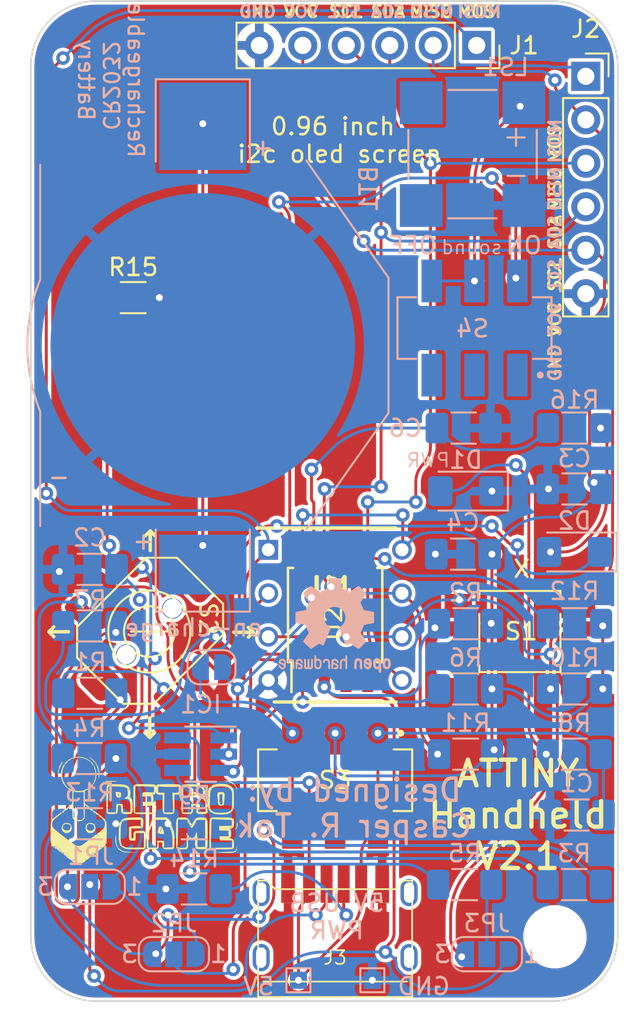
<source format=kicad_pcb>
(kicad_pcb (version 20211014) (generator pcbnew)
  (title_block (title "Tiny Handheld") (date "2022-11-21") (rev "2.1") (comment 1 "Casper R. Tak"))
  (layers (0 "F.Cu" signal) (31 "B.Cu" signal) (34 "B.Paste" user) (35 "F.Paste" user) (36 "B.SilkS" user "B.Silkscreen") (37 "F.SilkS" user "F.Silkscreen") (38 "B.Mask" user) (39 "F.Mask" user) (44 "Edge.Cuts" user))
  (net 0 "")
  (net 1 "GND")
  (net 2 "ExtVCC")
  (net 3 "VCC")
  (net 4 "Net-(D2-Pad1)")
  (net 5 "PB0{slash}SDA{slash}MOSI")
  (net 6 "PB2{slash}SCL{slash}SCK")
  (net 7 "Net-(JP1-Pad1)")
  (net 8 "PB3")
  (net 9 "Net-(JP1-Pad3)")
  (net 10 "PB5{slash}RES")
  (net 11 "Net-(JP3-Pad2)")
  (net 12 "PB1{slash}MISO")
  (net 13 "Net-(C2-Pad1)")
  (net 14 "Net-(R1-Pad2)")
  (net 15 "Net-(R3-Pad2)")
  (net 16 "Net-(R4-Pad2)")
  (net 17 "Net-(R7-Pad2)")
  (net 18 "PB4")
  (net 19 "BatOut")
  (net 20 "Net-(D1-Pad2)")
  (net 21 "Net-(LS1-PadP)")
  (net 25 "Net-(D2-Pad2)")
  (net 26 "Net-(IC1-Pad4)")
  (net 27 "Net-(C6-Pad1)")
  (net 28 "Net-(J3-PadA5)")
  (net 29 "Net-(J3-PadB5)")
  (net 30 "Net-(R5-Pad2)")
  (footprint "Connector_PinSocket_2.54mm:PinSocket_1x06_P2.54mm_Vertical" (layer "F.Cu") (at 120.2055 38.021416)
    (fp_text reference "J2")
    (fp_text value "HDisplay/prog" hide)
  )
  (footprint "Button_Switch_SMD:SW_SPST_TL3305B" (layer "F.Cu") (at 116.3555 70.456416)
    (fp_text reference "S1")
    (fp_text value "MOMENTARY-SWITCH-SPST-2-SMD-5.2MM" hide)
  )
  (footprint "Package_SO:SOIC-8W_5.3x5.3mm_P1.27mm" (layer "F.Cu") (at 105.5605 69.492416 90)
    (fp_text reference "U2")
    (fp_text value "ATtiny85-20S")
  )
  (footprint "Libraries:logo retro" (layer "F.Cu") (at 94.3995 81.049416)
    (fp_text reference "G***" hide)
    (fp_text value "LOGO" hide)
  )
  (footprint "MountingHole:MountingHole_3.2mm_M3" (layer "F.Cu") (at 118.4025 88.288416)
    (fp_text reference "H1" hide)
    (fp_text value "MountingHole")
  )
  (footprint "Connector_PinSocket_2.54mm:PinSocket_1x06_P2.54mm_Vertical" (layer "F.Cu") (at 113.8305 36.218416 -90)
    (fp_text reference "J1")
    (fp_text value "VDisplay/prog1" hide)
  )
  (footprint "Resistor_SMD:R_1206_3216Metric_Pad1.30x1.75mm_HandSolder" (layer "F.Cu") (at 93.7645 50.950416)
    (fp_text reference "R15")
    (fp_text value "10k NTC")
  )
  (footprint "SamacSys_Parts:DIP781W56P254L950H533Q8N" (layer "F.Cu") (at 105.5605 69.492416)
    (fp_text reference "U1")
    (fp_text value "ATtiny85-20P" hide)
  )
  (footprint "Button_Switch_SMD:5 way button (joystick)" (layer "F.Cu") (at 94.7655 70.456416)
    (fp_text reference "S2")
    (fp_text value "JOYSTICK_MINI" hide)
  )
  (footprint "USB-C-Power-tester:TYPE-C-31-M-17_handsolder" (layer "F.Cu") (at 105.5605 89.506416)
    (fp_text reference "J3")
    (fp_text value "USB_C_Receptacle_USB2.0")
  )
  (footprint "Snapeda:SW_JS202011SCQN" (layer "F.Cu") (at 105.5605 79.144416 180)
    (fp_text reference "S3")
    (fp_text value "JS202011SCQN" hide)
  )
  (footprint "Snapeda:XDCR_KSSGK4B16-20" (layer "B.Cu") (at 113.58875 42.568416 180)
    (fp_text reference "LS1")
    (fp_text value "KSSGK4B16-20" hide)
  )
  (footprint "Capacitor_SMD:C_1206_3216Metric_Pad1.33x1.80mm_HandSolder" (layer "B.Cu") (at 119.6725 81.176416 180)
    (fp_text reference "C1")
    (fp_text value "1uF 16V")
  )
  (footprint "Resistor_SMD:R_1206_3216Metric_Pad1.30x1.75mm_HandSolder" (layer "B.Cu") (at 91.2245 74.064416 180)
    (fp_text reference "R1")
    (fp_text value "88k")
  )
  (footprint "Resistor_SMD:R_1206_3216Metric_Pad1.30x1.75mm_HandSolder" (layer "B.Cu") (at 119.5455 73.810416 180)
    (fp_text reference "R10")
    (fp_text value "10k")
  )
  (footprint "Resistor_SMD:R_1206_3216Metric_Pad1.30x1.75mm_HandSolder" (layer "B.Cu") (at 113.13312 85.240416 180)
    (fp_text reference "R5")
    (fp_text value "33k")
  )
  (footprint "Resistor_SMD:R_1206_3216Metric_Pad1.30x1.75mm_HandSolder" (layer "B.Cu") (at 97.3205 81.684416 180)
    (fp_text reference "R9")
    (fp_text value "11k")
  )
  (footprint "Resistor_SMD:R_1206_3216Metric_Pad1.30x1.75mm_HandSolder" (layer "B.Cu") (at 119.5455 58.570416)
    (fp_text reference "R16")
    (fp_text value "470")
  )
  (footprint "Jumper:SolderJumper-3_P1.3mm_Open_RoundedPad1.0x1.5mm_NumberLabels" (layer "B.Cu") (at 114.427 89.304416 180)
    (fp_text reference "JP3")
    (fp_text value "SolderJumper_3_Bridged123" hide)
  )
  (footprint "Symbol:OSHW-Logo2_7.3x6mm_SilkScreen" (layer "B.Cu") (at 105.537 70.104 180)
    (fp_text reference "REF**" hide)
    (fp_text value "OSHW-Logo2_7.3x6mm_SilkScreen" hide)
  )
  (footprint "Resistor_SMD:R_1206_3216Metric_Pad1.30x1.75mm_HandSolder" (layer "B.Cu") (at 91.1985 77.874416 180)
    (fp_text reference "R4")
    (fp_text value "88k")
  )
  (footprint "LED_SMD:LED_1206_3216Metric_Pad1.42x1.75mm_HandSolder" (layer "B.Cu") (at 113.1955 62.253416 180)
    (fp_text reference "D1")
    (fp_text value "LED")
  )
  (footprint "Jumper:SolderJumper-2_P1.3mm_Open_RoundedPad1.0x1.5mm" (layer "B.Cu") (at 98.3365 72.540416 180)
    (fp_text reference "en-charge")
    (fp_text value "Jumper_2_Open")
  )
  (footprint "Capacitor_SMD:C_1206_3216Metric_Pad1.33x1.80mm_HandSolder" (layer "B.Cu") (at 113.0685 58.570416)
    (fp_text reference "C6")
    (fp_text value "2.2uF 16V")
  )
  (footprint "Package_TO_SOT_SMD:SOT-23-6_Handsoldering" (layer "B.Cu") (at 97.7015 77.620416 180)
    (fp_text reference "IC1")
    (fp_text value "BQ21040DBVR" hide)
  )
  (footprint "Resistor_SMD:R_1206_3216Metric_Pad1.30x1.75mm_HandSolder" (layer "B.Cu") (at 113.1805 73.810416 180)
    (fp_text reference "R6")
    (fp_text value "22k")
  )
  (footprint "TestPoint:TestPoint_Pad_1.0x1.0mm" (layer "B.Cu") (at 103.4165 90.828416 180)
    (fp_text reference "5V")
    (fp_text value "5V")
  )
  (footprint "Resistor_SMD:R_1206_3216Metric_Pad1.30x1.75mm_HandSolder" (layer "B.Cu") (at 119.5305 77.620416 180)
    (fp_text reference "R8")
    (fp_text value "470")
  )
  (footprint "LED_SMD:LED_1206_3216Metric_Pad1.42x1.75mm_HandSolder" (layer "B.Cu") (at 119.5455 65.809416 180)
    (fp_text reference "D2")
    (fp_text value "LED")
  )
  (footprint "Resistor_SMD:R_1206_3216Metric_Pad1.30x1.75mm_HandSolder" (layer "B.Cu") (at 91.2245 81.684416 180)
    (fp_text reference "R13")
    (fp_text value "5k1")
  )
  (footprint "Jumper:SolderJumper-3_P1.3mm_Open_RoundedPad1.0x1.5mm_NumberLabels" (layer "B.Cu") (at 91.2245 85.367416 180)
    (fp_text reference "JP1")
    (fp_text value "SolderJumper_3_Bridged123" hide)
  )
  (footprint "Resistor_SMD:R_1206_3216Metric_Pad1.30x1.75mm_HandSolder" (layer "B.Cu") (at 113.1805 77.620416 180)
    (fp_text reference "R11")
    (fp_text value "4k7")
  )
  (footprint "Snapeda:SW_JS202011SCQN" (layer "B.Cu") (at 113.7035 52.728416 180)
    (fp_text reference "S4")
    (fp_text value "JS202011SCQN" hide)
  )
  (footprint "Capacitor_SMD:C_1206_3216Metric_Pad1.33x1.80mm_HandSolder" (layer "B.Cu") (at 119.5455 62.126416 180)
    (fp_text reference "C3")
    (fp_text value "47uF")
  )
  (footprint "Capacitor_SMD:C_1206_3216Metric_Pad1.33x1.80mm_HandSolder" (layer "B.Cu") (at 91.2245 66.825416 180)
    (fp_text reference "C2")
    (fp_text value "1uF")
  )
  (footprint "Resistor_SMD:R_1206_3216Metric_Pad1.30x1.75mm_HandSolder" (layer "B.Cu") (at 113.1805 70.000416 180)
    (fp_text reference "R2")
    (fp_text value "22k")
  )
  (footprint "Battery:BatteryHolder_Keystone_3002_1x2032" (layer "B.Cu") (at 97.8285 53.744416 -90)
    (fp_text reference "BT1")
    (fp_text value "Battery_Cell")
  )
  (footprint "Capacitor_SMD:C_1206_3216Metric_Pad1.33x1.80mm_HandSolder" (layer "B.Cu") (at 113.03 65.936416 180)
    (fp_text reference "C4")
    (fp_text value "100nF")
  )
  (footprint "Resistor_SMD:R_1206_3216Metric_Pad1.30x1.75mm_HandSolder" (layer "B.Cu") (at 97.3205 85.494416)
    (fp_text reference "R14")
    (fp_text value "5k1")
  )
  (footprint "TestPoint:TestPoint_Pad_1.0x1.0mm" (layer "B.Cu") (at 107.7345 90.828416 180)
    (fp_text reference "GND")
    (fp_text value "GND")
  )
  (footprint "Resistor_SMD:R_1206_3216Metric_Pad1.30x1.75mm_HandSolder" (layer "B.Cu") (at 119.5305 85.240416 180)
    (fp_text reference "R3")
    (fp_text value "33k")
  )
  (footprint "Resistor_SMD:R_1206_3216Metric_Pad1.30x1.75mm_HandSolder" (layer "B.Cu") (at 119.5455 70.000416 180)
    (fp_text reference "R12")
    (fp_text value "4k7")
  )
  (footprint "Jumper:SolderJumper-3_P1.3mm_Open_RoundedPad1.0x1.5mm_NumberLabels" (layer "B.Cu") (at 96.139 89.304416 180)
    (fp_text reference "JP2")
    (fp_text value "SolderJumper_3_Bridged123" hide)
  )
  (footprint "Resistor_SMD:R_1206_3216Metric_Pad1.30x1.75mm_HandSolder" (layer "B.Cu") (at 91.2245 70.127416 180)
    (fp_text reference "R7")
    (fp_text value "33k")
  )
  (gr_arc (start 91.5905 92.046416) (mid 88.896423 90.930493) (end 87.7805 88.236416) (layer "Edge.Cuts") (width 0.1))
  (gr_line (start 87.7805 38.706416) (end 87.7805 37.436416) (layer "Edge.Cuts") (width 0.1))
  (gr_arc (start 122.0705 88.236416) (mid 120.954577 90.930493) (end 118.2605 92.046416) (layer "Edge.Cuts") (width 0.1))
  (gr_line (start 122.0705 37.436416) (end 122.0705 88.236416) (layer "Edge.Cuts") (width 0.1))
  (gr_arc (start 87.7805 37.436416) (mid 88.896423 34.742339) (end 91.5905 33.626416) (layer "Edge.Cuts") (width 0.1))
  (gr_line (start 87.7805 88.236416) (end 87.7805 38.706416) (layer "Edge.Cuts") (width 0.1))
  (gr_line (start 118.2605 92.046416) (end 91.5905 92.046416) (layer "Edge.Cuts") (width 0.1))
  (gr_line (start 91.5905 33.626416) (end 118.2605 33.626416) (layer "Edge.Cuts") (width 0.1))
  (gr_arc (start 118.2605 33.626416) (mid 120.954577 34.742339) (end 122.0705 37.436416) (layer "Edge.Cuts") (width 0.1))
  (gr_text "GND" (at 118.4025 54.760416 90) (layer "B.SilkS") (effects (font (size 0.7 0.7)) (justify mirror)))
  (gr_text "VCC\n" (at 103.5685 34.238416) (layer "B.SilkS") (effects (font (size 0.7 0.7)) (justify mirror)))
  (gr_text "SCL" (at 106.1085 34.238416) (layer "B.SilkS") (effects (font (size 0.7 0.7)) (justify mirror)))
  (gr_text "GND" (at 101.0285 34.238416) (layer "B.SilkS") (effects (font (size 0.7 0.7)) (justify mirror)))
  (gr_text "VCC\n" (at 118.4025 52.220416 90) (layer "B.SilkS") (effects (font (size 0.7 0.7)) (justify mirror)))
  (gr_text "sound" (at 113.538 48.006) (layer "B.SilkS") (effects (font (size 0.8 0.8) (thickness 0.1)) (justify mirror)))
  (gr_text "-\n" (at 89.4225 61.408416) (layer "B.SilkS") (effects (font (size 1 1)) (justify mirror)))
  (gr_text "5V USB\nPWR" (at 105.664 87.122) (layer "B.SilkS") (effects (font (size 1 1)) (justify mirror)))
  (gr_text "SDA" (at 108.6485 34.238416) (layer "B.SilkS") (effects (font (size 0.7 0.7)) (justify mirror)))
  (gr_text "PWR\n" (at 110.998 60.452) (layer "B.SilkS") (effects (font (size 0.8 0.8) (thickness 0.1)) (justify mirror)))
  (gr_text "Designed by:\nCasper R. Tak" (at 106.68 80.772) (layer "B.SilkS") (effects (font (size 1.3 1.3) (thickness 0.2)) (justify mirror)))
  (gr_text "SDA" (at 118.4025 47.140416 90) (layer "B.SilkS") (effects (font (size 0.7 0.7)) (justify mirror)))
  (gr_text "+" (at 94.361 65.151) (layer "B.SilkS") (effects (font (size 1 1))))
  (gr_text "OFF\n" (at 110.109 47.902416) (layer "B.SilkS") (effects (font (size 1 1)) (justify mirror)))
  (gr_text "MISO\n" (at 111.1885 34.238416) (layer "B.SilkS") (effects (font (size 0.7 0.7)) (justify mirror)))
  (gr_text "MOSI\n" (at 113.9825 34.238416) (layer "B.SilkS") (effects (font (size 0.7 0.7)) (justify mirror)))
  (gr_text "ON\n" (at 116.586 47.902416) (layer "B.SilkS") (effects (font (size 1 1)) (justify mirror)))
  (gr_text "+" (at 101.346 42.164) (layer "B.SilkS") (effects (font (size 1 1))))
  (gr_text "MOSI\n" (at 118.4025 41.806416 90) (layer "B.SilkS") (effects (font (size 0.7 0.7)) (justify mirror)))
  (gr_text "MISO\n" (at 118.4025 44.600416 90) (layer "B.SilkS") (effects (font (size 0.7 0.7)) (justify mirror)))
  (gr_text "SCL" (at 118.4025 49.680416 90) (layer "B.SilkS") (effects (font (size 0.7 0.7)) (justify mirror)))
  (gr_text "Rechargeable\nCR2032 \nBattery" (at 92.456 38.227 270) (layer "B.SilkS") (effects (font (size 0.9 0.9) (thickness 0.14)) (justify mirror)))
  (gr_text "MOSI\n" (at 113.9825 34.238416) (layer "F.SilkS") (effects (font (size 0.7 0.7))))
  (gr_text "MISO\n" (at 118.4025 44.600416 90) (layer "F.SilkS") (effects (font (size 0.7 0.7))))
  (gr_text "GND" (at 101.0285 34.238416) (layer "F.SilkS") (effects (font (size 0.7 0.7))))
  (gr_text "SDA" (at 118.4025 47.140416 90) (layer "F.SilkS") (effects (font (size 0.7 0.7))))
  (gr_text "VCC\n" (at 118.4025 52.220416 90) (layer "F.SilkS") (effects (font (size 0.7 0.7))))
  (gr_text "SCL" (at 118.4025 49.608416 90) (layer "F.SilkS") (effects (font (size 0.7 0.7))))
  (gr_text "MOSI\n" (at 118.4025 41.806416 90) (layer "F.SilkS") (effects (font (size 0.7 0.7))))
  (gr_text "X\n" (at 116.459 66.802) (layer "F.SilkS") (effects (font (size 1 1))))
  (gr_text "←" (at 94.615 76.073 90) (layer "F.SilkS") (effects (font (size 1.5 1.5) (thickness 0.2))))
  (gr_text "GND" (at 118.4025 54.760416 90) (layer "F.SilkS") (effects (font (size 0.7 0.7))))
  (gr_text "SCL" (at 106.1805 34.238416) (layer "F.SilkS") (effects (font (size 0.7 0.7))))
  (gr_text "VCC\n" (at 103.5685 34.238416) (layer "F.SilkS") (effects (font (size 0.7 0.7))))
  (gr_text "←" (at 89.408 70.358) (layer "F.SilkS") (effects (font (size 1.5 1.5) (thickness 0.2))))
  (gr_text "←" (at 100.203 70.612 180) (layer "F.SilkS") (effects (font (size 1.5 1.5) (thickness 0.2))))
  (gr_text "0.96 inch \ni2c oled screen" (at 105.8145 41.754416) (layer "F.SilkS") (effects (font (size 1 1))))
  (gr_text "SDA" (at 108.6485 34.238416) (layer "F.SilkS") (effects (font (size 0.7 0.7))))
  (gr_text "MISO\n" (at 111.1885 34.238416) (layer "F.SilkS") (effects (font (size 0.7 0.7))))
  (gr_text "←" (at 94.869 65.151 270) (layer "F.SilkS") (effects (font (size 1.5 1.5) (thickness 0.2))))
  (gr_text "ATTINY\nHandheld\nV2.1" (at 116.2435 81.176416) (layer "F.SilkS") (effects (font (size 1.5 1.5) (thickness 0.25))))
  (segment (start 107.7345 86.189709) (end 107.7345 90.828416) (width 0.17) (layer "F.Cu") (net 1))
  (segment (start 92.7485 81.684416) (end 92.7485 82.319416) (width 0.17) (layer "F.Cu") (net 1))
  (segment (start 95.153796 85.359712) (end 93.197512 83.403428) (width 0.17) (layer "F.Cu") (net 1))
  (segment (start 95.6695 85.494416) (end 95.479 85.494416) (width 0.17) (layer "F.Cu") (net 1))
  (segment (start 108.0225 85.494416) (end 108.3105 85.206416) (width 0.17) (layer "F.Cu") (net 1))
  (via (at 107.7345 90.828416) (size 0.8) (drill 0.4) (layers "F.Cu" "B.Cu") (net 1))
  (via (at 95.7965 81.684416) (size 0.8) (drill 0.4) (layers "F.Cu" "B.Cu") (net 1))
  (via (at 111.4175 65.936416) (size 0.8) (drill 0.4) (layers "F.Cu" "B.Cu") (net 1))
  (via (at 89.4465 66.952416) (size 0.8) (drill 0.4) (layers "F.Cu" "B.Cu") (net 1))
  (via (at 118.0215 62.126416) (size 0.8) (drill 0.4) (layers "F.Cu" "B.Cu") (net 1))
  (via (at 92.7485 81.684416) (size 0.8) (drill 0.4) (layers "F.Cu" "B.Cu") (net 1))
  (via (at 95.2885 50.950416) (size 0.8) (drill 0.4) (layers "F.Cu" "B.Cu") (net 1))
  (via (at 114.7195 62.253416) (size 0.8) (drill 0.4) (layers "F.Cu" "B.Cu") (net 1))
  (via (at 95.6695 85.494416) (size 0.8) (drill 0.4) (layers "F.Cu" "B.Cu") (net 1))
  (arc (start 95.153796 85.359712) (mid 95.303 85.459407) (end 95.479 85.494416) (width 0.17) (layer "F.Cu") (net 1))
  (arc (start 92.7485 82.319416) (mid 92.865194 82.906079) (end 93.197512 83.403428) (width 0.17) (layer "F.Cu") (net 1))
  (arc (start 108.0225 85.494416) (mid 107.809348 85.813419) (end 107.7345 86.189709) (width 0.17) (layer "F.Cu") (net 1))
  (segment (start 104.0405 79.290194) (end 104.0405 85.206416) (width 0.17) (layer "F.Cu") (net 2))
  (segment (start 103.4165 90.828416) (end 103.4165 87.02165) (width 0.17) (layer "F.Cu") (net 2))
  (segment (start 108.0605 81.201451) (end 108.0605 76.394416) (width 0.17) (layer "F.Cu") (net 2))
  (segment (start 103.4165 90.828416) (end 106.388242 87.856673) (width 0.17) (layer "F.Cu") (net 2))
  (segment (start 103.7285 86.268416) (end 104.0405 85.956416) (width 0.17) (layer "F.Cu") (net 2))
  (segment (start 104.046 79.276916) (end 104.0515 79.271416) (width 0.17) (layer "F.Cu") (net 2))
  (segment (start 107.0805 85.206416) (end 107.0805 83.56738) (width 0.17) (layer "F.Cu") (net 2))
  (segment (start 107.0805 86.185416) (end 107.0805 85.206416) (width 0.17) (layer "F.Cu") (net 2))
  (via (at 104.0515 79.271416) (size 0.8) (drill 0.4) (layers "F.Cu" "B.Cu") (net 2))
  (via (at 108.0605 76.394416) (size 0.8) (drill 0.4) (layers "F.Cu" "B.Cu") (net 2))
  (via (at 103.4165 90.828416) (size 0.8) (drill 0.4) (layers "F.Cu" "B.Cu") (net 2))
  (arc (start 107.0805 86.185416) (mid 106.900588 87.089893) (end 106.388242 87.856673) (width 0.17) (layer "F.Cu") (net 2))
  (arc (start 108.0605 81.201451) (mid 107.933153 81.841667) (end 107.5705 82.384416) (width 0.17) (layer "F.Cu") (net 2))
  (arc (start 107.5705 82.384416) (mid 107.207846 82.927164) (end 107.0805 83.56738) (width 0.17) (layer "F.Cu") (net 2))
  (arc (start 103.7285 86.268416) (mid 103.497586 86.614002) (end 103.4165 87.02165) (width 0.17) (layer "F.Cu") (net 2))
  (arc (start 104.046 79.276916) (mid 104.041929 79.283008) (end 104.0405 79.290194) (width 0.17) (layer "F.Cu") (net 2))
  (segment (start 118.987587 76.394416) (end 108.0605 76.394416) (width 0.17) (layer "B.Cu") (net 2))
  (segment (start 120.4675 77.007416) (end 121.00325 77.543166) (width 0.17) (layer "B.Cu") (net 2))
  (segment (start 97.5745 77.208154) (end 97.5745 78.830739) (width 0.17) (layer "B.Cu") (net 2))
  (segment (start 104.034428 79.281416) (end 98.025176 79.281416) (width 0.17) (layer "B.Cu") (net 2))
  (segment (start 104.0465 79.276416) (end 104.0515 79.271416) (width 0.17) (layer "B.Cu") (net 2))
  (segment (start 121.235 77.884163) (end 121.235 81.176416) (width 0.17) (layer "B.Cu") (net 2))
  (segment (start 97.036761 76.670416) (end 96.3515 76.670416) (width 0.17) (layer "B.Cu") (net 2))
  (segment (start 121.00325 77.543166) (end 121.15775 77.697666) (width 0.17) (layer "B.Cu") (net 2))
  (arc (start 121.15775 77.697666) (mid 121.214923 77.783231) (end 121.235 77.884163) (width 0.17) (layer "B.Cu") (net 2))
  (arc (start 97.417 76.827916) (mid 97.242544 76.711348) (end 97.036761 76.670416) (width 0.17) (layer "B.Cu") (net 2))
  (arc (start 97.417 76.827916) (mid 97.533567 77.00237) (end 97.5745 77.208154) (width 0.17) (layer "B.Cu") (net 2))
  (arc (start 97.7065 79.149416) (mid 97.852709 79.24711) (end 98.025176 79.281416) (width 0.17) (layer "B.Cu") (net 2))
  (arc (start 104.0465 79.276416) (mid 104.040961 79.280116) (end 104.034428 79.281416) (width 0.17) (layer "B.Cu") (net 2))
  (arc (start 120.4675 77.007416) (mid 119.78851 76.553729) (end 118.987587 76.394416) (width 0.17) (layer "B.Cu") (net 2))
  (arc (start 97.5745 78.830739) (mid 97.608805 79.003205) (end 97.7065 79.149416) (width 0.17) (layer "B.Cu") (net 2))
  (segment (start 120.999458 48.482458) (end 120.872688 48.355688) (width 0.17) (layer "F.Cu") (net 3))
  (segment (start 107.2265 47.648416) (end 105.264292 45.686208) (width 0.17) (layer "F.Cu") (net 3))
  (segment (start 120.4245 61.294739) (end 120.4245 53.041925) (width 0.17) (layer "F.Cu") (net 3))
  (segment (start 121.1965 70.127416) (end 121.1965 73.810416) (width 0.17) (layer "F.Cu") (net 3))
  (segment (start 120.451958 48.181416) (end 120.2055 48.181416) (width 0.17) (layer "F.Cu") (net 3))
  (segment (start 114.783 77.302916) (end 114.8465 77.366416) (width 0.17) (layer "F.Cu") (net 3))
  (segment (start 121.3005 49.209237) (end 121.3005 50.927074) (width 0.17) (layer "F.Cu") (net 3))
  (segment (start 103.6555 63.676022) (end 103.6555 65.842416) (width 0.17) (layer "F.Cu") (net 3))
  (segment (start 105.5605 76.394416) (end 105.5605 81.894416) (width 0.17) (layer "F.Cu") (net 3))
  (segment (start 114.7195 65.936416) (end 114.7195 77.149613) (width 0.17) (layer "F.Cu") (net 3))
  (segment (start 109.5125 63.650416) (end 109.5125 65.602181) (width 0.17) (layer "F.Cu") (net 3))
  (segment (start 109.489 65.658916) (end 109.4655 65.682416) (width 0.17) (layer "F.Cu") (net 3))
  (segment (start 103.6705 63.650416) (end 103.663 63.657916) (width 0.17) (layer "F.Cu") (net 3))
  (segment (start 120.5565 61.613416) (end 120.6885 61.745416) (width 0.17) (layer "F.Cu") (net 3))
  (segment (start 103.6705 41.838452) (end 103.6705 36.218416) (width 0.17) (layer "F.Cu") (net 3))
  (via (at 121.1965 73.810416) (size 0.8) (drill 0.4) (layers "F.Cu" "B.Cu") (net 3))
  (via (at 103.6705 63.650416) (size 0.8) (drill 0.4) (layers "F.Cu" "B.Cu") (net 3))
  (via (at 105.5605 76.394416) (size 0.8) (drill 0.4) (layers "F.Cu" "B.Cu") (net 3))
  (via (at 114.681 69.977) (size 0.8) (drill 0.4) (layers "F.Cu" "B.Cu") (net 3))
  (via (at 114.8465 77.366416) (size 0.8) (drill 0.4) (layers "F.Cu" "B.Cu") (net 3))
  (via (at 120.6885 61.745416) (size 0.8) (drill 0.4) (layers "F.Cu" "B.Cu") (net 3))
  (via (at 107.2265 47.648416) (size 0.8) (drill 0.4) (layers "F.Cu" "B.Cu") (net 3))
  (via (at 109.5125 63.650416) (size 0.8) (drill 0.4) (layers "F.Cu" "B.Cu") (net 3))
  (via (at 121.1965 70.127416) (size 0.8) (drill 0.4) (layers "F.Cu" "B.Cu") (net 3))
  (via (at 114.7195 65.936416) (size 0.8) (drill 0.4) (layers "F.Cu" "B.Cu") (net 3))
  (via (at 114.7195 73.810416) (size 0.8) (drill 0.4) (layers "F.Cu" "B.Cu") (net 3))
  (arc (start 120.8625 51.9845) (mid 120.538332 52.46965) (end 120.4245 53.041925) (width 0.17) (layer "F.Cu") (net 3))
  (arc (start 103.663 63.657916) (mid 103.657449 63.666223) (end 103.6555 63.676022) (width 0.17) (layer "F.Cu") (net 3))
  (arc (start 120.4245 61.294739) (mid 120.458805 61.467205) (end 120.5565 61.613416) (width 0.17) (layer "F.Cu") (net 3))
  (arc (start 103.6705 41.838452) (mid 104.084713 43.920842) (end 105.264292 45.686208) (width 0.17) (layer "F.Cu") (net 3))
  (arc (start 120.872688 48.355688) (mid 120.679655 48.226707) (end 120.451958 48.181416) (width 0.17) (layer "F.Cu") (net 3))
  (arc (start 120.999458 48.482458) (mid 121.222261 48.815907) (end 121.3005 49.209237) (width 0.17) (layer "F.Cu") (net 3))
  (arc (start 114.7195 77.149613) (mid 114.736003 77.23258) (end 114.783 77.302916) (width 0.17) (layer "F.Cu") (net 3))
  (arc (start 121.3005 50.927074) (mid 121.186667 51.499348) (end 120.8625 51.9845) (width 0.17) (layer "F.Cu") (net 3))
  (arc (start 109.5125 65.602181) (mid 109.506392 65.632885) (end 109.489 65.658916) (width 0.17) (layer "F.Cu") (net 3))
  (segment (start 109.9735 65.174416) (end 109.4655 65.682416) (width 0.17) (layer "B.Cu") (net 3))
  (segment (start 108.288155 48.181416) (end 108.136387 48.181416) (width 0.17) (layer "B.Cu") (net 3))
  (segment (start 109.5125 63.650416) (end 103.6705 63.650416) (width 0.17) (layer "B.Cu") (net 3))
  (segment (start 109.345465 48.181416) (end 108.288155 48.181416) (width 0.17) (layer "B.Cu") (net 3))
  (segment (start 105.5605 76.394416) (end 105.5605 78.214401) (width 0.17) (layer "B.Cu") (net 3))
  (segment (start 115.641041 64.698957) (end 114.831193 65.508806) (width 0.17) (layer "B.Cu") (net 3))
  (segment (start 109.345465 48.181416) (end 120.2055 48.181416) (width 0.17) (layer "B.Cu") (net 3))
  (segment (start 112.244869 78.890416) (end 106.236514 78.890416) (width 0.17) (layer "B.Cu") (net 3))
  (segment (start 114.0845 65.301416) (end 114.7195 65.936416) (width 0.17) (layer "B.Cu") (net 3))
  (segment (start 112.551474 64.666416) (end 111.19992 64.666416) (width 0.17) (layer "B.Cu") (net 3))
  (segment (start 114.7195 65.936416) (end 114.7195 65.778458) (width 0.17) (layer "B.Cu") (net 3))
  (segment (start 120.2825 62.951916) (end 121.108 62.126416) (width 0.17) (layer "B.Cu") (net 3))
  (segment (start 117.17459 74.868506) (end 116.606524 74.30044) (width 0.17) (layer "B.Cu") (net 3))
  (segment (start 114.8465 77.366416) (end 114.0845 78.128416) (width 0.17) (layer "B.Cu") (net 3))
  (segment (start 120.037409 74.868506) (end 121.0955 73.810416) (width 0.17) (layer "B.Cu") (net 3))
  (segment (start 107.2265 47.648416) (end 107.493 47.914916) (width 0.17) (layer "B.Cu") (net 3))
  (segment (start 117.865841 63.777416) (end 118.289566 63.777416) (width 0.17) (layer "B.Cu") (net 3))
  (segment (start 115.4235 73.810416) (end 114.7305 73.810416) (width 0.17) (layer "B.Cu") (net 3))
  (arc (start 114.0845 65.301416) (mid 113.381141 64.831447) (end 112.551474 64.666416) (width 0.17) (layer "B.Cu") (net 3))
  (arc (start 120.2825 62.951916) (mid 119.368134 63.562875) (end 118.289566 63.777416) (width 0.17) (layer "B.Cu") (net 3))
  (arc (start 117.865841 63.777416) (mid 116.661788 64.016916) (end 115.641041 64.698957) (width 0.17) (layer "B.Cu") (net 3))
  (arc (start 114.831193 65.508806) (mid 114.748528 65.632523) (end 114.7195 65.778458) (width 0.17) (layer "B.Cu") (net 3))
  (arc (start 116.606524 74.30044) (mid 116.063748 73.937769) (end 115.4235 73.810416) (width 0.17) (layer "B.Cu") (net 3))
  (arc (start 107.493 47.914916) (mid 107.788188 48.112154) (end 108.136387 48.181416) (width 0.17) (layer "B.Cu") (net 3))
  (arc (start 105.7585 78.692416) (mid 105.977814 78.838957) (end 106.236514 78.890416) (width 0.17) (layer "B.Cu") (net 3))
  (arc (start 105.5605 78.214401) (mid 105.611958 78.4731) (end 105.7585 78.692416) (width 0.17) (layer "B.Cu") (net 3))
  (arc (start 114.0845 78.128416) (mid 113.24047 78.692378) (end 112.244869 78.890416) (width 0.17) (layer "B.Cu") (net 3))
  (arc (start 117.17459 74.868506) (mid 117.831326 75.307323) (end 118.606 75.461416) (width 0.17) (layer "B.Cu") (net 3))
  (arc (start 120.037409 74.868506) (mid 119.380672 75.307323) (end 118.606 75.461416) (width 0.17) (layer "B.Cu") (net 3))
  (arc (start 111.19992 64.666416) (mid 110.536186 64.79844) (end 109.9735 65.174416) (width 0.17) (layer "B.Cu") (net 3))
  (segment (start 100.0635 77.856268) (end 100.0635 76.669688) (width 0.17) (layer "F.Cu") (net 4))
  (segment (start 100.688 65.000915) (end 101.154345 64.53457) (width 0.17) (layer "F.Cu") (net 4))
  (segment (start 99.6065 78.636416) (end 99.835 78.407916) (width 0.17) (layer "F.Cu") (net 4))
  (segment (start 116.01431 65.405) (end 116.205 65.405) (width 0.17) (layer "F.Cu") (net 4))
  (segment (start 99.962501 66.752426) (end 99.962501 71.118417) (width 0.17) (layer "F.Cu") (net 4))
  (segment (start 100.6225 75.320143) (end 100.6225 72.711795) (width 0.17) (layer "F.Cu") (net 4))
  (segment (start 115.688781 65.270161) (end 114.714036 64.295416) (width 0.17) (layer "F.Cu") (net 4))
  (segment (start 101.78 64.275416) (end 102.1465 64.275416) (width 0.17) (layer "F.Cu") (net 4))
  (via (at 102.1565 64.295416) (size 0.8) (drill 0.4) (layers "F.Cu" "B.Cu") (net 4))
  (via (at 114.714036 64.295416) (size 0.8) (drill 0.4) (layers "F.Cu" "B.Cu") (net 4))
  (via (at 99.6065 78.636416) (size 0.8) (drill 0.4) (layers "F.Cu" "B.Cu") (net 4))
  (via (at 116.205 65.405) (size 0.8) (drill 0.4) (layers "F.Cu" "B.Cu") (net 4))
  (arc (start 115.688781 65.270161) (mid 115.838135 65.369956) (end 116.01431 65.405) (width 0.17) (layer "F.Cu") (net 4))
  (arc (start 100.0635 77.856268) (mid 100.004114 78.154817) (end 99.835 78.407916) (width 0.17) (layer "F.Cu") (net 4))
  (arc (start 101.78 64.275416) (mid 101.441398 64.342767) (end 101.154345 64.53457) (width 0.17) (layer "F.Cu") (net 4))
  (arc (start 100.343 75.994916) (mid 100.136139 76.304504) (end 100.0635 76.669688) (width 0.17) (layer "F.Cu") (net 4))
  (arc (start 100.2925 71.915106) (mid 100.536735 72.28063) (end 100.6225 72.711795) (width 0.17) (layer "F.Cu") (net 4))
  (arc (start 100.688 65.000915) (mid 100.151052 65.804515) (end 99.962501 66.752426) (width 0.17) (layer "F.Cu") (net 4))
  (arc (start 100.6225 75.320143) (mid 100.54986 75.685327) (end 100.343 75.994916) (width 0.17) (layer "F.Cu") (net 4))
  (arc (start 99.962501 71.118417) (mid 100.048264 71.549582) (end 100.2925 71.915106) (width 0.17) (layer "F.Cu") (net 4))
  (segment (start 102.1565 64.295416) (end 114.714036 64.295416) (width 0.17) (layer "B.Cu") (net 4))
  (segment (start 116.205 65.955429) (end 116.205 65.405) (width 0.17) (layer "B.Cu") (net 4))
  (segment (start 118.864974 67.079416) (end 117.328986 67.079416) (width 0.17) (layer "B.Cu") (net 4))
  (segment (start 120.398 66.444416) (end 121.033 65.809416) (width 0.17) (layer "B.Cu") (net 4))
  (arc (start 116.205 65.955429) (mid 116.290558 66.38556) (end 116.534208 66.750208) (width 0.17) (layer "B.Cu") (net 4))
  (arc (start 116.534208 66.750208) (mid 116.898855 66.993857) (end 117.328986 67.079416) (width 0.17) (layer "B.Cu") (net 4))
  (arc (start 120.398 66.444416) (mid 119.694641 66.914384) (end 118.864974 67.079416) (width 0.17) (layer "B.Cu") (net 4))
  (segment (start 107.649927 66.026843) (end 107.4655 65.842416) (width 0.17) (layer "F.Cu") (net 5))
  (segment (start 107.4805 69.249022) (end 107.4805 70.277916) (width 0.17) (layer "F.Cu") (net 5))
  (segment (start 108.7505 39.036367) (end 108.7505 36.218416) (width 0.17) (layer "F.Cu") (net 5))
  (segment (start 107.4655 69.212809) (end 107.4655 65.842416) (width 0.17) (layer "F.Cu") (net 5))
  (segment (start 111.13175 43.101416) (end 109.941125 41.910791) (width 0.17) (layer "F.Cu") (net 5))
  (segment (start 107.4655 62.888416) (end 107.4655 65.842416) (width 0.17) (layer "F.Cu") (net 5))
  (segment (start 108.215537 72.052453) (end 109.4655 73.302416) (width 0.17) (layer "F.Cu") (net 5))
  (segment (start 108.456719 66.211271) (end 108.095174 66.211271) (width 0.17) (layer "F.Cu") (net 5))
  (segment (start 111.13175 43.101416) (end 111.13175 59.646998) (width 0.17) (layer "F.Cu") (net 5))
  (segment (start 110.2745 62.888416) (end 110.2745 61.716583) (width 0.17) (layer "F.Cu") (net 5))
  (via (at 110.2745 62.888416) (size 0.8) (drill 0.4) (layers "F.Cu" "B.Cu") (net 5))
  (via (at 111.13175 43.101416) (size 0.8) (drill 0.4) (layers "F.Cu" "B.Cu") (net 5))
  (via (at 108.456719 66.211271) (size 0.8) (drill 0.4) (layers "F.Cu" "B.Cu") (net 5))
  (via (at 107.4655 62.888416) (size 0.8) (drill 0.4) (layers "F.Cu" "B.Cu") (net 5))
  (arc (start 110.703125 60.681791) (mid 110.385896 61.156557) (end 110.2745 61.716583) (width 0.17) (layer "F.Cu") (net 5))
  (arc (start 108.7505 39.036367) (mid 109.059933 40.591994) (end 109.941125 41.910791) (width 0.17) (layer "F.Cu") (net 5))
  (arc (start 111.13175 59.646998) (mid 111.020353 60.207024) (end 110.703125 60.681791) (width 0.17) (layer "F.Cu") (net 5))
  (arc (start 107.473 69.230916) (mid 107.47855 69.239223) (end 107.4805 69.249022) (width 0.17) (layer "F.Cu") (net 5))
  (arc (start 107.4655 69.212809) (mid 107.467449 69.222608) (end 107.473 69.230916) (width 0.17) (layer "F.Cu") (net 5))
  (arc (start 107.4805 70.277916) (mid 107.671529 71.238288) (end 108.215537 72.052453) (width 0.17) (layer "F.Cu") (net 5))
  (arc (start 107.649927 66.026843) (mid 107.854208 66.163339) (end 108.095174 66.211271) (width 0.17) (layer "F.Cu") (net 5))
  (segment (start 111.13175 43.101416) (end 120.2055 43.101416) (width 0.17) (layer "B.Cu") (net 5))
  (segment (start 113.225843 67.206416) (end 110.155537 67.206416) (width 0.17) (layer "B.Cu") (net 5))
  (segment (start 116.5985 68.603416) (end 117.9955 70.000416) (width 0.17) (layer "B.Cu") (net 5))
  (segment (start 107.4655 62.888416) (end 110.2745 62.888416) (width 0.17) (layer "B.Cu") (net 5))
  (segment (start 108.456719 66.211271) (end 108.954291 66.708843) (width 0.17) (layer "B.Cu") (net 5))
  (arc (start 108.954291 66.708843) (mid 109.505427 67.0771) (end 110.155537 67.206416) (width 0.17) (layer "B.Cu") (net 5))
  (arc (start 116.5985 68.603416) (mid 115.051111 67.569484) (end 113.225843 67.206416) (width 0.17) (layer "B.Cu") (net 5))
  (segment (start 109.489 68.222416) (end 109.4655 68.222416) (width 0.17) (layer "F.Cu") (net 6))
  (segment (start 110.0205 68.730416) (end 109.529117 68.239033) (width 0.17) (layer "F.Cu") (net 6))
  (segment (start 104.933 62.006916) (end 104.9405 62.126416) (width 0.17) (layer "F.Cu") (net 6))
  (segment (start 111.0365 77.112416) (end 111.5445 77.620416) (width 0.17) (layer "F.Cu") (net 6))
  (segment (start 105.3215 67.841416) (end 105.1235 67.643416) (width 0.17) (layer "F.Cu") (net 6))
  (segment (start 108.2425 47.140416) (end 108.2425 39.687256) (width 0.17) (layer "F.Cu") (net 6))
  (segment (start 110.5285 75.885995) (end 110.5285 69.956836) (width 0.17) (layer "F.Cu") (net 6))
  (segment (start 108.2425 62.000416) (end 108.2425 47.140416) (width 0.17) (layer "F.Cu") (net 6))
  (segment (start 107.2265 37.234416) (end 106.2105 36.218416) (width 0.17) (layer "F.Cu") (net 6))
  (segment (start 104.9255 62.007151) (end 104.9255 65.842416) (width 0.17) (layer "F.Cu") (net 6))
  (segment (start 104.9255 65.842416) (end 104.9255 67.165401) (width 0.17) (layer "F.Cu") (net 6))
  (via (at 111.5445 77.620416) (size 0.8) (drill 0.4) (layers "F.Cu" "B.Cu") (net 6))
  (via (at 105.3215 67.841416) (size 0.8) (drill 0.4) (layers "F.Cu" "B.Cu") (net 6))
  (via (at 108.2425 62.000416) (size 0.8) (drill 0.4) (layers "F.Cu" "B.Cu") (net 6))
  (via (at 108.2425 47.140416) (size 0.8) (drill 0.4) (layers "F.Cu" "B.Cu") (net 6))
  (via (at 104.9405 62.126416) (size 0.8) (drill 0.4) (layers "F.Cu" "B.Cu") (net 6))
  (arc (start 109.529117 68.239033) (mid 109.510711 68.226734) (end 109.489 68.222416) (width 0.17) (layer "F.Cu") (net 6))
  (arc (start 107.2265 37.234416) (mid 107.97845 38.359788) (end 108.2425 39.687256) (width 0.17) (layer "F.Cu") (net 6))
  (arc (start 110.0205 68.730416) (mid 110.396475 69.293102) (end 110.5285 69.956836) (width 0.17) (layer "F.Cu") (net 6))
  (arc (start 104.933 62.006916) (mid 104.929136 62.003399) (end 104.9255 62.007151) (width 0.17) (layer "F.Cu") (net 6))
  (arc (start 104.9255 67.165401) (mid 104.976958 67.4241) (end 105.1235 67.643416) (width 0.17) (layer "F.Cu") (net 6))
  (arc (start 110.5285 75.885995) (mid 110.660524 76.549729) (end 111.0365 77.112416) (width 0.17) (layer "F.Cu") (net 6))
  (segment (start 108.2425 62.000416) (end 105.158305 62.000416) (width 0.17) (layer "B.Cu") (net 6))
  (segment (start 105.512 68.031916) (end 105.3215 67.841416) (width 0.17) (layer "B.Cu") (net 6))
  (segment (start 108.2425 47.140416) (end 108.4965 47.394416) (width 0.17) (layer "B.Cu") (net 6))
  (segment (start 104.9405 62.126416) (end 105.0045 62.063416) (width 0.17) (layer "B.Cu") (net 6))
  (segment (start 105.971907 68.222416) (end 109.4655 68.222416) (width 0.17) (layer "B.Cu") (net 6))
  (segment (start 119.202 46.644916) (end 120.2055 45.641416) (width 0.17) (layer "B.Cu") (net 6))
  (segment (start 116.779336 47.648416) (end 109.10971 47.648416) (width 0.17) (layer "B.Cu") (net 6))
  (arc (start 119.202 46.644916) (mid 118.090472 47.387614) (end 116.779336 47.648416) (width 0.17) (layer "B.Cu") (net 6))
  (arc (start 105.158305 62.000416) (mid 105.075201 62.016776) (end 105.0045 62.063416) (width 0.17) (layer "B.Cu") (net 6))
  (arc (start 108.4965 47.394416) (mid 108.777843 47.582403) (end 109.10971 47.648416) (width 0.17) (layer "B.Cu") (net 6))
  (arc (start 105.512 68.031916) (mid 105.723007 68.172906) (end 105.971907 68.222416) (width 0.17) (layer "B.Cu") (net 6))
  (segment (start 92.7485 77.874416) (end 91.659 78.963916) (width 0.17) (layer "F.Cu") (net 7))
  (segment (start 90.5695 81.594201) (end 90.5695 85.894813) (width 0.17) (layer "F.Cu") (net 7))
  (segment (start 89.28153 86.10653) (end 89.408 86.233) (width 0.17) (layer "F.Cu") (net 7))
  (segment (start 92.42032 70.508416) (end 92.7485 70.508416) (width 0.17) (layer "F.Cu") (net 7))
  (segment (start 91.860081 70.740474) (end 90.68582 71.914736) (width 0.17) (layer "F.Cu") (net 7))
  (segment (start 89.2795 86.10525) (end 89.2795 75.309892) (width 0.17) (layer "F.Cu") (net 7))
  (segment (start 90.104313 86.36) (end 89.714605 86.36) (width 0.17) (layer "F.Cu") (net 7))
  (via (at 92.7485 70.508416) (size 0.8) (drill 0.4) (layers "F.Cu" "B.Cu") (net 7))
  (via (at 92.7485 77.874416) (size 0.8) (drill 0.4) (layers "F.Cu" "B.Cu") (net 7))
  (arc (start 90.68582 71.914736) (mid 89.64499 73.472446) (end 89.2795 75.309892) (width 0.17) (layer "F.Cu") (net 7))
  (arc (start 89.28153 86.10653) (mid 89.280942 86.106137) (end 89.28025 86.106) (width 0.17) (layer "F.Cu") (net 7))
  (arc (start 90.43325 86.22375) (mid 90.282332 86.324589) (end 90.104313 86.36) (width 0.17) (layer "F.Cu") (net 7))
  (arc (start 90.5695 85.894813) (mid 90.534089 86.072832) (end 90.43325 86.22375) (width 0.17) (layer "F.Cu") (net 7))
  (arc (start 89.2795 86.10525) (mid 89.279719 86.10578) (end 89.28025 86.106) (width 0.17) (layer "F.Cu") (net 7))
  (arc (start 91.659 78.963916) (mid 90.852651 80.170701) (end 90.5695 81.594201) (width 0.17) (layer "F.Cu") (net 7))
  (arc (start 92.42032 70.508416) (mid 92.117121 70.568725) (end 91.860081 70.740474) (width 0.17) (layer "F.Cu") (net 7))
  (arc (start 89.408 86.233) (mid 89.548671 86.326993) (end 89.714605 86.36) (width 0.17) (layer "F.Cu") (net 7))
  (segment (start 96.737379 87.780416) (end 96.09475 87.780416) (width 0.17) (layer "B.Cu") (net 7))
  (segment (start 92.66981 84.811105) (end 93.3985 84.082416) (width 0.17) (layer "B.Cu") (net 7))
  (segment (start 94.2725 80.476046) (end 94.2725 81.972393) (width 0.17) (layer "B.Cu") (net 7))
  (segment (start 92.827695 85.446611) (end 94.501592 87.120508) (width 0.17) (layer "B.Cu") (net 7))
  (segment (start 97.439 88.482036) (end 97.439 89.304416) (width 0.17) (layer "B.Cu") (net 7))
  (segment (start 93.5105 78.636416) (end 92.7485 77.874416) (width 0.17) (layer "B.Cu") (net 7))
  (segment (start 92.5245 85.161916) (end 92.5245 85.255416) (width 0.17) (layer "B.Cu") (net 7))
  (arc (start 94.501592 87.120508) (mid 95.232539 87.608911) (end 96.09475 87.780416) (width 0.17) (layer "B.Cu") (net 7))
  (arc (start 94.2725 81.972393) (mid 94.045354 83.114329) (end 93.3985 84.082416) (width 0.17) (layer "B.Cu") (net 7))
  (arc (start 92.5245 85.255416) (mid 92.557304 85.334611) (end 92.6365 85.367416) (width 0.17) (layer "B.Cu") (net 7))
  (arc (start 92.66981 84.811105) (mid 92.562264 84.972058) (end 92.5245 85.161916) (width 0.17) (layer "B.Cu") (net 7))
  (arc (start 97.2335 87.985916) (mid 97.005877 87.833823) (end 96.737379 87.780416) (width 0.17) (layer "B.Cu") (net 7))
  (arc (start 93.5105 78.636416) (mid 94.074462 79.480445) (end 94.2725 80.476046) (width 0.17) (layer "B.Cu") (net 7))
  (arc (start 97.2335 87.985916) (mid 97.385592 88.213537) (end 97.439 88.482036) (width 0.17) (layer "B.Cu") (net 7))
  (arc (start 92.827695 85.446611) (mid 92.739974 85.387998) (end 92.6365 85.367416) (width 0.17) (layer "B.Cu") (net 7))
  (segment (start 108.586302 88.833613) (end 108.7505 88.669416) (width 0.17) (layer "F.Cu") (net 8))
  (segment (start 104.9255 72.879916) (end 104.9255 73.404916) (width 0.17) (layer "F.Cu") (net 8))
  (segment (start 108.137289 74.318416) (end 105.983906 74.318416) (width 0.17) (layer "F.Cu") (net 8))
  (segment (start 104.9255 73.698416) (end 104.9255 73.404916) (width 0.17) (layer "F.Cu") (net 8))
  (segment (start 100.6225 70.911205) (end 100.6225 69.985857) (width 0.17) (layer "F.Cu") (net 8))
  (segment (start 91.4785 90.574416) (end 91.3515 90.447416) (width 0.17) (layer "F.Cu") (net 8))
  (segment (start 91.2245 90.14081) (end 91.2245 85.240416) (width 0.17) (layer "F.Cu") (net 8))
  (segment (start 109.0045 88.056205) (end 109.0045 75.185626) (width 0.17) (layer "F.Cu") (net 8))
  (segment (start 104.506 72.197916) (end 104.739884 72.4318) (width 0.17) (layer "F.Cu") (net 8))
  (segment (start 108.4965 89.050416) (end 108.4965 89.177416) (width 0.17) (layer "F.Cu") (net 8))
  (segment (start 103.493237 71.778416) (end 101.48971 71.778416) (width 0.17) (layer "F.Cu") (net 8))
  (segment (start 101.139 68.738916) (end 101.6555 68.222416) (width 0.17) (layer "F.Cu") (net 8))
  (segment (start 104.9255 73.698416) (end 105.2355 74.008416) (width 0.17) (layer "F.Cu") (net 8))
  (via (at 111.389458 70.241458) (size 0.8) (drill 0.4) (layers "F.Cu" "B.Cu") (net 8))
  (via (at 91.4785 90.574416) (size 0.8) (drill 0.4) (layers "F.Cu" "B.Cu") (net 8))
  (via (at 108.4965 89.177416) (size 0.8) (drill 0.4) (layers "F.Cu" "B.Cu") (net 8))
  (via (at 91.2245 85.240416) (size 0.8) (drill 0.4) (layers "F.Cu" "B.Cu") (net 8))
  (via (at 104.9255 73.698416) (size 0.8) (drill 0.4) (layers "F.Cu" "B.Cu") (net 8))
  (arc (start 105.2355 74.008416) (mid 105.578871 74.237849) (end 105.983906 74.318416) (width 0.17) (layer "F.Cu") (net 8))
  (arc (start 100.8765 71.524416) (mid 101.157843 71.712403) (end 101.48971 71.778416) (width 0.17) (layer "F.Cu") (net 8))
  (arc (start 101.139 68.738916) (mid 100.756733 69.311017) (end 100.6225 69.985857) (width 0.17) (layer "F.Cu") (net 8))
  (arc (start 100.6225 70.911205) (mid 100.688512 71.243072) (end 100.8765 71.524416) (width 0.17) (layer "F.Cu") (net 8))
  (arc (start 108.586302 88.833613) (mid 108.519838 88.933083) (end 108.4965 89.050416) (width 0.17) (layer "F.Cu") (net 8))
  (arc (start 108.7505 74.572416) (mid 108.938487 74.853759) (end 109.0045 75.185626) (width 0.17) (layer "F.Cu") (net 8))
  (arc (start 91.2245 90.14081) (mid 91.257506 90.306744) (end 91.3515 90.447416) (width 0.17) (layer "F.Cu") (net 8))
  (arc (start 104.739884 72.4318) (mid 104.877259 72.637397) (end 104.9255 72.879916) (width 0.17) (layer "F.Cu") (net 8))
  (arc (start 108.7505 74.572416) (mid 108.469156 74.384428) (end 108.137289 74.318416) (width 0.17) (layer "F.Cu") (net 8))
  (arc (start 104.506 72.197916) (mid 104.04134 71.88744) (end 103.493237 71.778416) (width 0.17) (layer "F.Cu") (net 8))
  (arc (start 109.0045 88.056205) (mid 108.938487 88.388072) (end 108.7505 88.669416) (width 0.17) (layer "F.Cu") (net 8))
  (segment (start 91.4785 90.574416) (end 91.923 91.018916) (width 0.17) (layer "B.Cu") (net 8))
  (segment (start 111.389458 70.241458) (end 111.6305 70.000416) (width 0.17) (layer "B.Cu") (net 8))
  (segment (start 109.661289 74.191416) (end 105.767103 74.191416) (width 0.17) (layer "B.Cu") (net 8))
  (segment (start 109.746205 90.72571) (end 109.285968 90.265473) (width 0.17) (layer "B.Cu") (net 8))
  (segment (start 115.727 89.468208) (end 115.727 89.304416) (width 0.17) (layer "B.Cu") (net 8))
  (segment (start 110.5285 71.711205) (end 110.5285 73.324205) (width 0.17) (layer "B.Cu") (net 8))
  (segment (start 110.958979 70.671937) (end 111.389458 70.241458) (width 0.17) (layer "B.Cu") (net 8))
  (segment (start 108.985031 89.538947) (end 108.668401 89.222317) (width 0.17) (layer "B.Cu") (net 8))
  (segment (start 99.387053 91.463416) (end 92.996117 91.463416) (width 0.17) (layer "B.Cu") (net 8))
  (segment (start 111.220579 91.336416) (end 112.817379 91.336416) (width 0.17) (layer "B.Cu") (net 8))
  (segment (start 104.9255 73.698416) (end 105.172 73.944916) (width 0.17) (layer "B.Cu") (net 8))
  (segment (start 104.905946 89.177416) (end 108.4965 89.177416) (width 0.17) (layer "B.Cu") (net 8))
  (segment (start 115.611181 89.747818) (end 114.874792 90.484208) (width 0.17) (layer "B.Cu") (net 8))
  (segment (start 108.4965 89.177416) (end 108.56 89.177416) (width 0.17) (layer "B.Cu") (net 8))
  (arc (start 110.2745 73.937416) (mid 109.993156 74.125403) (end 109.661289 74.191416) (width 0.17) (layer "B.Cu") (net 8))
  (arc (start 110.5285 73.324205) (mid 110.462487 73.656072) (end 110.2745 73.937416) (width 0.17) (layer "B.Cu") (net 8))
  (arc (start 105.172 73.944916) (mid 105.445035 74.127352) (end 105.767103 74.191416) (width 0.17) (layer "B.Cu") (net 8))
  (arc (start 114.874792 90.484208) (mid 113.930843 91.114934) (end 112.817379 91.336416) (width 0.17) (layer "B.Cu") (net 8))
  (arc (start 102.1465 90.320416) (mid 100.880455 91.166359) (end 99.387053 91.463416) (width 0.17) (layer "B.Cu") (net 8))
  (arc (start 109.1355 89.90221) (mid 109.174605 90.098806) (end 109.285968 90.265473) (width 0.17) (layer "B.Cu") (net 8))
  (arc (start 91.923 91.018916) (mid 92.41535 91.347894) (end 92.996117 91.463416) (width 0.17) (layer "B.Cu") (net 8))
  (arc (start 108.668401 89.222317) (mid 108.618666 89.189085) (end 108.56 89.177416) (width 0.17) (layer "B.Cu") (net 8))
  (arc (start 104.905946 89.177416) (mid 103.412544 89.474472) (end 102.1465 90.320416) (width 0.17) (layer "B.Cu") (net 8))
  (arc (start 115.727 89.468208) (mid 115.696899 89.619531) (end 115.611181 89.747818) (width 0.17) (layer "B.Cu") (net 8))
  (arc (start 108.985031 89.538947) (mid 109.096394 89.705613) (end 109.1355 89.90221) (width 0.17) (layer "B.Cu") (net 8))
  (arc (start 110.958979 70.671937) (mid 110.640377 71.148757) (end 110.5285 71.711205) (width 0.17) (layer "B.Cu") (net 8))
  (arc (start 109.746205 90.72571) (mid 110.422653 91.177698) (end 111.220579 91.336416) (width 0.17) (layer "B.Cu") (net 8))
  (segment (start 101.575909 86.724594) (end 101.182955 87.117549) (width 0.17) (layer "F.Cu") (net 9))
  (segment (start 89.9245 85.367416) (end 89.9245 80.08089) (width 0.17) (layer "F.Cu") (net 9))
  (segment (start 91.463499 76.365415) (end 92.867796 74.961119) (width 0.17) (layer "F.Cu") (net 9))
  (segment (start 101.685 82.365916) (end 101.3845 82.065416) (width 0.17) (layer "F.Cu") (net 9))
  (segment (start 95.7965 88.057001) (end 95.7965 87.018416) (width 0.17) (layer "F.Cu") (net 9))
  (segment (start 101.119269 87.134185) (end 101.142794 87.134185) (width 0.17) (layer "F.Cu") (net 9))
  (segment (start 95.437999 88.922499) (end 95.079498 89.281) (width 0.17) (layer "F.Cu") (net 9))
  (segment (start 101.9855 85.735757) (end 101.9855 83.091387) (width 0.17) (layer "F.Cu") (net 9))
  (segment (start 93.0025 74.445416) (end 93.0025 74.635916) (width 0.17) (layer "F.Cu") (net 9))
  (via (at 89.9245 85.367416) (size 0.8) (drill 0.4) (layers "F.Cu" "B.Cu") (net 9))
  (via (at 101.119269 87.134185) (size 0.8) (drill 0.4) (layers "F.Cu" "B.Cu") (net 9))
  (via (at 95.7965 87.018416) (size 0.8) (drill 0.4) (layers "F.Cu" "B.Cu") (net 9))
  (via (at 101.3845 82.065416) (size 0.8) (drill 0.4) (layers "F.Cu" "B.Cu") (net 9))
  (via (at 93.0025 74.445416) (size 0.8) (drill 0.4) (layers "F.Cu" "B.Cu") (net 9))
  (via (at 95.079498 89.281) (size 0.8) (drill 0.4) (layers "F.Cu" "B.Cu") (net 9))
  (arc (start 101.182955 87.117549) (mid 101.164529 87.129861) (end 101.142794 87.134185) (width 0.17) (layer "F.Cu") (net 9))
  (arc (start 101.9855 85.735757) (mid 101.87905 86.270912) (end 101.575909 86.724594) (width 0.17) (layer "F.Cu") (net 9))
  (arc (start 91.463499 76.365415) (mid 90.324472 78.070089) (end 89.9245 80.08089) (width 0.17) (layer "F.Cu") (net 9))
  (arc (start 95.7965 88.057001) (mid 95.703328 88.525405) (end 95.437999 88.922499) (width 0.17) (layer "F.Cu") (net 9))
  (arc (start 93.0025 74.635916) (mid 92.967491 74.811914) (end 92.867796 74.961119) (width 0.17) (layer "F.Cu") (net 9))
  (arc (start 101.685 82.365916) (mid 101.907402 82.698764) (end 101.9855 83.091387) (width 0.17) (layer "F.Cu") (net 9))
  (segment (start 90.188634 86.378634) (end 92.387959 88.577959) (width 0.17) (layer "B.Cu") (net 9))
  (segment (start 117.178053 82.954416) (end 102.902117 82.954416) (width 0.17) (layer "B.Cu") (net 9))
  (segment (start 100.883293 87.272416) (end 96.230105 87.272416) (width 0.17) (layer "B.Cu") (net 9))
  (segment (start 101.050153 87.2033) (end 101.119269 87.134185) (width 0.17) (layer "B.Cu") (net 9))
  (segment (start 94.085249 89.281) (end 95.079498 89.281) (width 0.17) (layer "B.Cu") (net 9))
  (segment (start 119.9375 84.097416) (end 121.0805 85.240416) (width 0.17) (layer "B.Cu") (net 9))
  (segment (start 89.9245 85.740958) (end 89.9245 85.367416) (width 0.17) (layer "B.Cu") (net 9))
  (segment (start 95.7965 87.018416) (end 95.9235 87.145416) (width 0.17) (layer "B.Cu") (net 9))
  (segment (start 101.829 82.509916) (end 101.3845 82.065416) (width 0.17) (layer "B.Cu") (net 9))
  (arc (start 92.387959 88.577959) (mid 93.166682 89.098285) (end 94.085249 89.281) (width 0.17) (layer "B.Cu") (net 9))
  (arc (start 119.9375 84.097416) (mid 118.671455 83.251472) (end 117.178053 82.954416) (width 0.17) (layer "B.Cu") (net 9))
  (arc (start 95.9235 87.145416) (mid 96.064171 87.239409) (end 96.230105 87.272416) (width 0.17) (layer "B.Cu") (net 9))
  (arc (start 89.9245 85.740958) (mid 89.993146 86.086065) (end 90.188634 86.378634) (width 0.17) (layer "B.Cu") (net 9))
  (arc (start 101.829 82.509916) (mid 102.32135 82.838894) (end 102.902117 82.954416) (width 0.17) (layer "B.Cu") (net 9))
  (arc (start 101.050153 87.2033) (mid 100.973597 87.254453) (end 100.883293 87.272416) (width 0.17) (layer "B.Cu") (net 9))
  (segment (start 89.662 36.957) (end 89.17325 37.44575) (width 0.17) (layer "F.Cu") (net 10))
  (segment (start 88.6845 62.380416) (end 88.6845 38.625696) (width 0.17) (layer "F.Cu") (net 10))
  (segment (start 103.6555 73.142416) (end 103.6555 74.546809) (width 0.17) (layer "F.Cu") (net 10))
  (segment (start 100.295 78.484256) (end 100.295 86.351072) (width 0.17) (layer "F.Cu") (net 10))
  (segment (start 100.3935 77.518761) (end 100.3935 78.246455) (width 0.17) (layer "F.Cu") (net 10))
  (segment (start 100.957307 76.157607) (end 102.143691 74.971224) (width 0.17) (layer "F.Cu") (net 10))
  (segment (start 100.292501 68.0092) (end 100.292501 70.981727) (width 0.17) (layer "F.Cu") (net 10))
  (segment (start 103.663 74.564916) (end 103.6705 74.572416) (width 0.17) (layer "F.Cu") (net 10))
  (segment (start 100.974 66.363915) (end 101.6555 65.682416) (width 0.17) (layer "F.Cu") (net 10))
  (segment (start 101.419189 72.108416) (end 101.890351 72.108416) (width 0.17) (layer "F.Cu") (net 10))
  (segment (start 99.6065 88.013259) (end 99.6065 90.193416) (width 0.17) (layer "F.Cu") (net 10))
  (segment (start 103.6555 73.142416) (end 103.1385 72.625416) (width 0.17) (layer "F.Cu") (net 10))
  (segment (start 103.1065 74.572416) (end 103.6705 74.572416) (width 0.17) (layer "F.Cu") (net 10))
  (via (at 89.662 36.957) (size 0.8) (drill 0.4) (layers "F.Cu" "B.Cu") (net 10))
  (via (at 103.6705 74.572416) (size 0.8) (drill 0.4) (layers "F.Cu" "B.Cu") (net 10))
  (via (at 88.6845 62.380416) (size 0.8) (drill 0.4) (layers "F.Cu" "B.Cu") (net 10))
  (via (at 99.6065 90.193416) (size 0.8) (drill 0.4) (layers "F.Cu" "B.Cu") (net 10))
  (arc (start 103.1065 74.572416) (mid 102.585431 74.676062) (end 102.143691 74.971224) (width 0.17) (layer "F.Cu") (net 10))
  (arc (start 100.6225 71.778416) (mid 100.988024 72.022651) (end 101.419189 72.108416) (width 0.17) (layer "F.Cu") (net 10))
  (arc (start 99.95075 87.182166) (mid 99.695967 87.563474) (end 99.6065 88.013259) (width 0.17) (layer "F.Cu") (net 10))
  (arc (start 103.6555 74.546809) (mid 103.657449 74.556608) (end 103.663 74.564916) (width 0.17) (layer "F.Cu") (net 10))
  (arc (start 100.34425 78.365356) (mid 100.307799 78.419907) (end 100.295 78.484256) (width 0.17) (layer "F.Cu") (net 10))
  (arc (start 100.3935 78.246455) (mid 100.3807 78.310803) (end 100.34425 78.365356) (width 0.17) (layer "F.Cu") (net 10))
  (arc (start 100.957307 76.157607) (mid 100.540028 76.78211) (end 100.3935 77.518761) (width 0.17) (layer "F.Cu") (net 10))
  (arc (start 100.974 66.363915) (mid 100.469616 67.118778) (end 100.292501 68.0092) (width 0.17) (layer "F.Cu") (net 10))
  (arc (start 100.295 86.351072) (mid 100.205532 86.800857) (end 99.95075 87.182166) (width 0.17) (layer "F.Cu") (net 10))
  (arc (start 100.292501 70.981727) (mid 100.378264 71.412892) (end 100.6225 71.778416) (width 0.17) (layer "F.Cu") (net 10))
  (arc (start 89.17325 37.44575) (mid 88.811521 37.987114) (end 88.6845 38.625696) (width 0.17) (layer "F.Cu") (net 10))
  (arc (start 103.1385 72.625416) (mid 102.565844 72.242779) (end 101.890351 72.108416) (width 0.17) (layer "F.Cu") (net 10))
  (segment (start 91.2245 63.396416) (end 90.2085 63.396416) (width 0.17) (layer "B.Cu") (net 10))
  (segment (start 115.868785 37.412416) (end 117.977449 37.412416) (width 0.17) (layer "B.Cu") (net 10))
  (segment (start 101.6555 65.231916) (end 101.6555 65.682416) (width 0.17) (layer "B.Cu") (net 10))
  (segment (start 101.336948 64.462864) (end 100.963 64.088916) (width 0.17) (layer "B.Cu") (net 10))
  (segment (start 96.393 90.17) (end 96.355227 90.132227) (width 0.17) (layer "B.Cu") (net 10))
  (segment (start 110.329684 74.572416) (end 103.6705 74.572416) (width 0.17) (layer "B.Cu") (net 10))
  (segment (start 91.2245 63.396416) (end 99.291157 63.396416) (width 0.17) (layer "B.Cu") (net 10))
  (segment (start 96.139 89.610208) (end 96.139 89.304416) (width 0.17) (layer "B.Cu") (net 10))
  (segment (start 88.6845 62.380416) (end 89.341289 63.037205) (width 0.17) (layer "B.Cu") (net 10))
  (segment (start 119.939 37.754916) (end 120.2055 38.021416) (width 0.17) (layer "B.Cu") (net 10))
  (segment (start 97.00621 90.424) (end 99.212868 90.424) (width 0.17) (layer "B.Cu") (net 10))
  (segment (start 119.295612 37.488416) (end 118.16093 37.488416) (width 0.17) (layer "B.Cu") (net 10))
  (segment (start 112.8145 35.202416) (end 113.8305 36.218416) (width 0.17) (layer "B.Cu") (net 10))
  (segment (start 99.6065 90.193416) (end 99.491208 90.308708) (width 0.17) (layer "B.Cu") (net 10))
  (segment (start 114.4275 36.815416) (end 113.8305 36.218416) (width 0.17) (layer "B.Cu") (net 10))
  (segment (start 110.361659 34.186416) (end 94.391682 34.186416) (width 0.17) (layer "B.Cu") (net 10))
  (segment (start 91.047292 35.571708) (end 89.662 36.957) (width 0.17) (layer "B.Cu") (net 10))
  (segment (start 111.2495 74.191416) (end 111.6305 73.810416) (width 0.17) (layer "B.Cu") (net 10))
  (arc (start 101.336948 64.462864) (mid 101.572711 64.815708) (end 101.6555 65.231916) (width 0.17) (layer "B.Cu") (net 10))
  (arc (start 112.8145 35.202416) (mid 111.689126 34.450465) (end 110.361659 34.186416) (width 0.17) (layer "B.Cu") (net 10))
  (arc (start 100.963 64.088916) (mid 100.195951 63.57639) (end 99.291157 63.396416) (width 0.17) (layer "B.Cu") (net 10))
  (arc (start 99.491208 90.308708) (mid 99.363504 90.394036) (end 99.212868 90.424) (width 0.17) (layer "B.Cu") (net 10))
  (arc (start 114.4275 36.815416) (mid 115.088767 37.25726) (end 115.868785 37.412416) (width 0.17) (layer "B.Cu") (net 10))
  (arc (start 119.939 37.754916) (mid 119.643811 37.557677) (end 119.295612 37.488416) (width 0.17) (layer "B.Cu") (net 10))
  (arc (start 111.2495 74.191416) (mid 110.827484 74.473397) (end 110.329684 74.572416) (width 0.17) (layer "B.Cu") (net 10))
  (arc (start 118.06919 37.450416) (mid 118.027099 37.422291) (end 117.977449 37.412416) (width 0.17) (layer "B.Cu") (net 10))
  (arc (start 89.341289 63.037205) (mid 89.739169 63.30306) (end 90.2085 63.396416) (width 0.17) (layer "B.Cu") (net 10))
  (arc (start 96.139 89.610208) (mid 96.195195 89.892722) (end 96.355227 90.132227) (width 0.17) (layer "B.Cu") (net 10))
  (arc (start 96.393 90.17) (mid 96.674343 90.357987) (end 97.00621 90.424) (width 0.17) (layer "B.Cu") (net 10))
  (arc (start 94.391682 34.186416) (mid 92.581711 34.546441) (end 91.047292 35.571708) (width 0.17) (layer "B.Cu") (net 10))
  (arc (start 118.06919 37.450416) (mid 118.11128 37.47854) (end 118.16093 37.488416) (width 0.17) (layer "B.Cu") (net 10))
  (segment (start 114.427 85.67764) (end 114.427 89.304416) (width 0.17) (layer "B.Cu") (net 11))
  (segment (start 114.55506 85.368476) (end 114.68312 85.240416) (width 0.17) (layer "B.Cu") (net 11))
  (arc (start 114.55506 85.368476) (mid 114.460281 85.510321) (end 114.427 85.67764) (width 0.17) (layer "B.Cu") (net 11))
  (segment (start 112.628646 89.136771) (end 112.950792 89.458917) (width 0.17) (layer "F.Cu") (net 12))
  (segment (start 121.768806 65.860909) (end 121.768806 43.230146) (width 0.17) (layer "F.Cu") (net 12))
  (segment (start 112.3065 88.359041) (end 112.3065 87.123562) (width 0.17) (layer "F.Cu") (net 12))
  (segment (start 113.502261 84.236738) (end 116.945707 80.793292) (width 0.17) (layer "F.Cu") (net 12))
  (segment (start 118.1485 73.810416) (end 118.1485 71.778416) (width 0.17) (layer "F.Cu") (net 12))
  (segment (start 120.862153 68.049763) (end 119.9555 68.956416) (width 0.17) (layer "F.Cu") (net 12))
  (segment (start 118.1485 71.778416) (end 118.1485 71.270916) (width 0.17) (layer "F.Cu") (net 12))
  (segment (start 118.1485 73.810416) (end 118.344 74.005916) (width 0.17) (layer "F.Cu") (net 12))
  (segment (start 118.5395 74.477894) (end 118.5395 76.945536) (width 0.17) (layer "F.Cu") (net 12))
  (segment (start 106.1955 70.736809) (end 106.1955 65.842416) (width 0.17) (layer "F.Cu") (net 12))
  (segment (start 118.4025 38.250416) (end 118.4025 38.504416) (width 0.17) (layer "F.Cu") (net 12))
  (segment (start 119.9555 68.956416) (end 118.507356 70.404559) (width 0.17) (layer "F.Cu") (net 12))
  (segment (start 120.987153 41.343069) (end 120.2055 40.561416) (width 0.17) (layer "F.Cu") (net 12))
  (segment (start 106.2105 70.762416) (end 106.203 70.754916) (width 0.17) (layer "F.Cu") (net 12))
  (segment (start 118.582105 38.938021) (end 120.2055 40.561416) (width 0.17) (layer "F.Cu") (net 12))
  (via (at 118.1485 73.810416) (size 0.8) (drill 0.4) (layers "F.Cu" "B.Cu") (net 12))
  (via (at 118.1485 71.778416) (size 0.8) (drill 0.4) (layers "F.Cu" "B.Cu") (net 12))
  (via (at 112.8145 68.603416) (size 0.8) (drill 0.4) (layers "F.Cu" "B.Cu") (net 12))
  (via (at 106.2105 70.762416) (size 0.8) (drill 0.4) (layers "F.Cu" "B.Cu") (net 12))
  (via (at 112.950792 89.458917) (size 0.8) (drill 0.4) (layers "F.Cu" "B.Cu") (net 12))
  (via (at 118.4025 38.250416) (size 0.8) (drill 0.4) (layers "F.Cu" "B.Cu") (net 12))
  (arc (start 120.987153 41.343069) (mid 121.565661 42.208867) (end 121.768806 43.230146) (width 0.17) (layer "F.Cu") (net 12))
  (arc (start 118.507356 70.404559) (mid 118.241763 70.802047) (end 118.1485 71.270916) (width 0.17) (layer "F.Cu") (net 12))
  (arc (start 113.502261 84.236738) (mid 112.617268 85.561224) (end 112.3065 87.123562) (width 0.17) (layer "F.Cu") (net 12))
  (arc (start 106.1955 70.736809) (mid 106.197449 70.746608) (end 106.203 70.754916) (width 0.17) (layer "F.Cu") (net 12))
  (arc (start 118.4025 38.504416) (mid 118.449177 38.739081) (end 118.582105 38.938021) (width 0.17) (layer "F.Cu") (net 12))
  (arc (start 121.768806 65.860909) (mid 121.533174 67.045508) (end 120.862153 68.049763) (width 0.17) (layer "F.Cu") (net 12))
  (arc (start 118.344 74.005916) (mid 118.488691 74.222461) (end 118.5395 74.477894) (width 0.17) (layer "F.Cu") (net 12))
  (arc (start 112.3065 88.359041) (mid 112.390223 88.779945) (end 112.628646 89.136771) (width 0.17) (layer "F.Cu") (net 12))
  (arc (start 118.5395 76.945536) (mid 118.125286 79.027926) (end 116.945707 80.793292) (width 0.17) (layer "F.Cu") (net 12))
  (segment (start 112.058482 68.603416) (end 112.8145 68.603416) (width 0.17) (layer "B.Cu") (net 12))
  (segment (start 110.767878 69.138001) (end 109.579356 70.326523) (width 0.17) (layer "B.Cu") (net 12))
  (segment (start 117.058105 71.778416) (end 118.1485 71.778416) (width 0.17) (layer "B.Cu") (net 12))
  (segment (start 116.6245 71.34481) (end 116.6245 70.846898) (width 0.17) (layer "B.Cu") (net 12))
  (segment (start 111.724105 37.742416) (end 117.535289 37.742416) (width 0.17) (layer "B.Cu") (net 12))
  (segment (start 111.2905 37.30881) (end 111.2905 36.218416) (width 0.17) (layer "B.Cu") (net 12))
  (segment (start 115.841518 69.386398) (end 116.145422 69.690302) (width 0.17) (layer "B.Cu") (net 12))
  (segment (start 113.951232 68.603416) (end 112.8145 68.603416) (width 0.17) (layer "B.Cu") (net 12))
  (segment (start 118.4025 38.250416) (end 118.1485 37.996416) (width 0.17) (layer "B.Cu") (net 12))
  (segment (start 109.304482 70.762416) (end 106.2105 70.762416) (width 0.17) (layer "B.Cu") (net 12))
  (arc (start 116.145422 69.690302) (mid 116.499991 70.220952) (end 116.6245 70.846898) (width 0.17) (layer "B.Cu") (net 12))
  (arc (start 111.2905 37.30881) (mid 111.323506 37.474744) (end 111.4175 37.615416) (width 0.17) (layer "B.Cu") (net 12))
  (arc (start 111.4175 37.615416) (mid 111.558171 37.709409) (end 111.724105 37.742416) (width 0.17) (layer "B.Cu") (net 12))
  (arc (start 116.7515 71.651416) (mid 116.892171 71.745409) (end 117.058105 71.778416) (width 0.17) (layer "B.Cu") (net 12))
  (arc (start 115.841518 69.386398) (mid 114.974247 68.806906) (end 113.951232 68.603416) (width 0.17) (layer "B.Cu") (net 12))
  (arc (start 109.579356 70.326523) (mid 109.49509 70.452636) (end 109.4655 70.601398) (width 0.17) (layer "B.Cu") (net 12))
  (arc (start 112.058482 68.603416) (mid 111.360012 68.74235) (end 110.767878 69.138001) (width 0.17) (layer "B.Cu") (net 12))
  (arc (start 118.1485 37.996416) (mid 117.867156 37.808428) (end 117.535289 37.742416) (width 0.17) (layer "B.Cu") (net 12))
  (arc (start 109.4655 70.601398) (mid 109.418338 70.715254) (end 109.304482 70.762416) (width 0.17) (layer "B.Cu") (net 12))
  (arc (start 116.6245 71.34481) (mid 116.657506 71.510744) (end 116.7515 71.651416) (width 0.17) (layer "B.Cu") (net 12))
  (segment (start 93.5105 76.096416) (end 93.8915 75.715416) (width 0.17) (layer "F.Cu") (net 13))
  (segment (start 94.209 68.666916) (end 94.1455 68.603416) (width 0.17) (layer "F.Cu") (net 13))
  (segment (start 92.3675 65.428416) (end 92.304 65.364916) (width 0.17) (layer "F.Cu") (net 13))
  (segment (start 92.2275 50.963416) (end 92.2145 50.950416) (width 0.17) (layer "F.Cu") (net 13))
  (segment (start 94.2725 68.820218) (end 94.2725 74.7956) (width 0.17) (layer "F.Cu") (net 13))
  (segment (start 92.2405 50.9948) (end 92.2405 65.211613) (width 0.17) (layer "F.Cu") (net 13))
  (via (at 94.1455 68.603416) (size 0.8) (drill 0.4) (layers "F.Cu" "B.Cu") (net 13))
  (via (at 93.5105 76.096416) (size 0.8) (drill 0.4) (layers "F.Cu" "B.Cu") (net 13))
  (via (at 92.3675 65.428416) (size 0.8) (drill 0.4) (layers "F.Cu" "B.Cu") (net 13))
  (arc (start 94.2725 74.7956) (mid 94.173481 75.2934) (end 93.8915 75.715416) (width 0.17) (layer "F.Cu") (net 13))
  (arc (start 92.2275 50.963416) (mid 92.237121 50.977815) (end 92.2405 50.9948) (width 0.17) (layer "F.Cu") (net 13))
  (arc (start 94.209 68.666916) (mid 94.255996 68.737251) (end 94.2725 68.820218) (width 0.17) (layer "F.Cu") (net 13))
  (arc (start 92.2405 65.211613) (mid 92.257003 65.29458) (end 92.304 65.364916) (width 0.17) (layer "F.Cu") (net 13))
  (segment (start 98.7645 76.383416) (end 99.0515 76.670416) (width 0.17) (layer "B.Cu") (net 13))
  (segment (start 94.1455 68.603416) (end 94.1455 68.393666) (width 0.17) (layer "B.Cu") (net 13))
  (segment (start 92.57725 66.615666) (end 92.99675 67.035166) (width 0.17) (layer "B.Cu") (net 13))
  (segment (start 98.07162 76.096416) (end 93.5105 76.096416) (width 0.17) (layer "B.Cu") (net 13))
  (segment (start 92.99675 67.035166) (end 93.997184 68.0356) (width 0.17) (layer "B.Cu") (net 13))
  (segment (start 92.3675 65.428416) (end 92.3675 66.109284) (width 0.17) (layer "B.Cu") (net 13))
  (arc (start 98.7645 76.383416) (mid 98.446604 76.171004) (end 98.07162 76.096416) (width 0.17) (layer "B.Cu") (net 13))
  (arc (start 92.3675 66.109284) (mid 92.422012 66.383336) (end 92.57725 66.615666) (width 0.17) (layer "B.Cu") (net 13))
  (arc (start 93.997184 68.0356) (mid 94.106953 68.199882) (end 94.1455 68.393666) (width 0.17) (layer "B.Cu") (net 13))
  (via (at 95.5425 73.810416) (size 0.8) (drill 0.4) (layers "F.Cu" "B.Cu") (net 14))
  (segment (start 89.6745 73.272405) (end 89.6745 74.064416) (width 0.17) (layer "B.Cu") (net 14))
  (segment (start 95.0345 73.302416) (end 95.5425 73.810416) (width 0.17) (layer "B.Cu") (net 14))
  (segment (start 93.808079 72.794416) (end 90.152489 72.794416) (width 0.17) (layer "B.Cu") (net 14))
  (arc (start 89.8145 72.934416) (mid 89.710884 73.089486) (end 89.6745 73.272405) (width 0.17) (layer "B.Cu") (net 14))
  (arc (start 90.152489 72.794416) (mid 89.96957 72.8308) (end 89.8145 72.934416) (width 0.17) (layer "B.Cu") (net 14))
  (arc (start 95.0345 73.302416) (mid 94.471813 72.92644) (end 93.808079 72.794416) (width 0.17) (layer "B.Cu") (net 14))
  (segment (start 94.711935 76.233368) (end 94.711935 72.583068) (width 0.17) (layer "F.Cu") (net 15))
  (segment (start 95.0345 72.032416) (end 94.873217 72.193698) (width 0.17) (layer "F.Cu") (net 15))
  (segment (start 94.7805 83.716416) (end 94.7805 76.398898) (width 0.17) (layer "F.Cu") (net 15))
  (via (at 94.7805 83.716416) (size 0.8) (drill 0.4) (layers "F.Cu" "B.Cu") (net 15))
  (via (at 94.2725 66.698416) (size 0.8) (drill 0.4) (layers "F.Cu" "B.Cu") (net 15))
  (via (at 95.0345 72.032416) (size 0.8) (drill 0.4) (layers "F.Cu" "B.Cu") (net 15))
  (arc (start 94.711935 76.233368) (mid 94.720844 76.27816) (end 94.746217 76.316133) (width 0.17) (layer "F.Cu") (net 15))
  (arc (start 94.746217 76.316133) (mid 94.77159 76.354106) (end 94.7805 76.398898) (width 0.17) (layer "F.Cu") (net 15))
  (arc (start 94.873217 72.193698) (mid 94.75385 72.372342) (end 94.711935 72.583068) (width 0.17) (layer "F.Cu") (net 15))
  (segment (start 94.5315 66.957416) (end 94.2725 66.698416) (width 0.17) (layer "B.Cu") (net 15))
  (segment (start 117.2185 84.478416) (end 117.9805 85.240416) (width 0.17) (layer "B.Cu") (net 15))
  (segment (start 94.7805 83.716416) (end 115.378869 83.716416) (width 0.17) (layer "B.Cu") (net 15))
  (segment (start 94.7905 67.582697) (end 94.7905 71.615881) (width 0.17) (layer "B.Cu") (net 15))
  (segment (start 95.0345 72.032416) (end 94.9125 71.910416) (width 0.17) (layer "B.Cu") (net 15))
  (arc (start 94.7905 71.615881) (mid 94.822206 71.775282) (end 94.9125 71.910416) (width 0.17) (layer "B.Cu") (net 15))
  (arc (start 94.5315 66.957416) (mid 94.723188 67.244297) (end 94.7905 67.582697) (width 0.17) (layer "B.Cu") (net 15))
  (arc (start 117.2185 84.478416) (mid 116.37447 83.914453) (end 115.378869 83.716416) (width 0.17) (layer "B.Cu") (net 15))
  (via (at 90.7165 68.730416) (size 0.8) (drill 0.4) (layers "F.Cu" "B.Cu") (net 16))
  (segment (start 88.95675 75.964666) (end 89.217871 76.225787) (width 0.17) (layer "B.Cu") (net 16))
  (segment (start 89.6485 77.265416) (end 89.6485 77.874416) (width 0.17) (layer "B.Cu") (net 16))
  (segment (start 89.414736 68.730416) (end 90.7165 68.730416) (width 0.17) (layer "B.Cu") (net 16))
  (segment (start 88.265 69.880152) (end 88.265 74.294633) (width 0.17) (layer "B.Cu") (net 16))
  (arc (start 89.217871 76.225787) (mid 89.536583 76.702773) (end 89.6485 77.265416) (width 0.17) (layer "B.Cu") (net 16))
  (arc (start 88.60175 69.067166) (mid 88.352518 69.440167) (end 88.265 69.880152) (width 0.17) (layer "B.Cu") (net 16))
  (arc (start 89.414736 68.730416) (mid 88.974751 68.817934) (end 88.60175 69.067166) (width 0.17) (layer "B.Cu") (net 16))
  (arc (start 88.265 74.294633) (mid 88.444779 75.198448) (end 88.95675 75.964666) (width 0.17) (layer "B.Cu") (net 16))
  (via (at 98.5905 70.762416) (size 0.8) (drill 0.4) (layers "F.Cu" "B.Cu") (net 17))
  (segment (start 88.646 74.660592) (end 88.646 73.752259) (width 0.17) (layer "B.Cu") (net 17))
  (segment (start 89.296407 75.311) (end 93.996842 75.311) (width 0.17) (layer "B.Cu") (net 17))
  (segment (start 95.929882 74.439033) (end 95.808208 74.560708) (width 0.17) (layer "B.Cu") (net 17))
  (segment (start 98.5905 70.762416) (end 98.2095 70.762416) (width 0.17) (layer "B.Cu") (net 17))
  (segment (start 97.559092 71.031823) (end 97.187117 71.403798) (width 0.17) (layer "B.Cu") (net 17))
  (segment (start 89.6745 71.26924) (end 89.6745 70.127416) (width 0.17) (layer "B.Cu") (net 17))
  (arc (start 88.646 74.660592) (mid 88.695509 74.909492) (end 88.8365 75.1205) (width 0.17) (layer "B.Cu") (net 17))
  (arc (start 98.2095 70.762416) (mid 97.857501 70.832432) (end 97.559092 71.031823) (width 0.17) (layer "B.Cu") (net 17))
  (arc (start 88.8365 75.1205) (mid 89.047507 75.26149) (end 89.296407 75.311) (width 0.17) (layer "B.Cu") (net 17))
  (arc (start 89.6745 71.26924) (mid 89.54085 71.94114) (end 89.16025 72.51075) (width 0.17) (layer "B.Cu") (net 17))
  (arc (start 96.5585 72.921416) (mid 96.395127 73.742744) (end 95.929882 74.439033) (width 0.17) (layer "B.Cu") (net 17))
  (arc (start 95.808208 74.560708) (mid 94.977146 75.116005) (end 93.996842 75.311) (width 0.17) (layer "B.Cu") (net 17))
  (arc (start 97.187117 71.403798) (mid 96.721872 72.100087) (end 96.5585 72.921416) (width 0.17) (layer "B.Cu") (net 17))
  (arc (start 89.16025 72.51075) (mid 88.779649 73.080359) (end 88.646 73.752259) (width 0.17) (layer "B.Cu") (net 17))
  (segment (start 116.1165 46.350244) (end 116.1165 49.807416) (width 0.17) (layer "F.Cu") (net 18))
  (segment (start 102.591 45.679916) (end 102.2735 45.362416) (width 0.17) (layer "F.Cu") (net 18))
  (segment (start 103.6245 69.018584) (end 103.977106 69.37119) (width 0.17) (layer "F.Cu") (net 18))
  (segment (start 103.826584 70.762416) (end 101.6555 70.762416) (width 0.17) (layer "F.Cu") (net 18))
  (segment (start 106.1955 72.879916) (end 106.1955 73.142416) (width 0.17) (layer "F.Cu") (net 18))
  (segment (start 104.703893 71.125809) (end 106.009884 72.4318) (width 0.17) (layer "F.Cu") (net 18))
  (segment (start 102.9085 46.446428) (end 102.9085 67.290007) (width 0.17) (layer "F.Cu") (net 18))
  (segment (start 115.418 44.663916) (end 114.7195 43.965416) (width 0.17) (layer "F.Cu") (net 18))
  (via (at 116.1165 49.807416) (size 0.8) (drill 0.4) (layers "F.Cu" "B.Cu") (net 18))
  (via (at 102.2735 45.362416) (size 0.8) (drill 0.4) (layers "F.Cu" "B.Cu") (net 18))
  (via (at 114.7195 43.965416) (size 0.8) (drill 0.4) (layers "F.Cu" "B.Cu") (net 18))
  (arc (start 103.826584 70.762416) (mid 104.189977 70.611893) (end 104.3405 70.2485) (width 0.17) (layer "F.Cu") (net 18))
  (arc (start 106.009884 72.4318) (mid 106.147259 72.637397) (end 106.1955 72.879916) (width 0.17) (layer "F.Cu") (net 18))
  (arc (start 102.591 45.679916) (mid 102.825984 46.031594) (end 102.9085 46.446428) (width 0.17) (layer "F.Cu") (net 18))
  (arc (start 104.703893 71.125809) (mid 104.30138 70.856858) (end 103.826584 70.762416) (width 0.17) (layer "F.Cu") (net 18))
  (arc (start 102.9085 67.290007) (mid 103.094582 68.225506) (end 103.6245 69.018584) (width 0.17) (layer "F.Cu") (net 18))
  (arc (start 104.3405 70.2485) (mid 104.434942 70.723296) (end 104.703893 71.125809) (width 0.17) (layer "F.Cu") (net 18))
  (arc (start 103.977106 69.37119) (mid 104.246056 69.773703) (end 104.3405 70.2485) (width 0.17) (layer "F.Cu") (net 18))
  (arc (start 115.418 44.663916) (mid 115.934965 45.437609) (end 116.1165 46.350244) (width 0.17) (layer "F.Cu") (net 18))
  (segment (start 106.619671 45.362416) (end 102.2735 45.362416) (width 0.17) (layer "B.Cu") (net 18))
  (segment (start 109.992328 43.965416) (end 114.7195 43.965416) (width 0.17) (layer "B.Cu") (net 18))
  (arc (start 109.992328 43.965416) (mid 109.079693 44.14695) (end 108.306 44.663916) (width 0.17) (layer "B.Cu") (net 18))
  (arc (start 108.306 44.663916) (mid 107.532305 45.180881) (end 106.619671 45.362416) (width 0.17) (layer "B.Cu") (net 18))
  (segment (start 97.8285 40.790416) (end 97.8285 65.428416) (width 0.17) (layer "F.Cu") (net 19))
  (segment (start 103.0605 76.394416) (end 103.0605 81.894416) (width 0.17) (layer "F.Cu") (net 19))
  (via (at 97.8285 40.790416) (size 0.8) (drill 0.4) (layers "F.Cu" "B.Cu") (net 19))
  (via (at 103.0605 76.394416) (size 0.8) (drill 0.4) (layers "F.Cu" "B.Cu") (net 19))
  (via (at 97.8285 65.428416) (size 0.8) (drill 0.4) (layers "F.Cu" "B.Cu") (net 19))
  (segment (start 97.882692 71.789307) (end 97.92875 71.74325) (width 0.17) (layer "B.Cu") (net 19))
  (segment (start 98.636368 71.501) (end 98.513593 71.501) (width 0.17) (layer "B.Cu") (net 19))
  (segment (start 97.6865 72.262958) (end 97.6865 72.817874) (width 0.17) (layer "B.Cu") (net 19))
  (segment (start 98.5905 67.306416) (end 97.8285 66.544416) (width 0.17) (layer "B.Cu") (net 19))
  (segment (start 102.1495 75.483416) (end 103.0605 76.394416) (width 0.17) (layer "B.Cu") (net 19))
  (segment (start 99.3525 69.146046) (end 99.3525 70.784868) (width 0.17) (layer "B.Cu") (net 19))
  (segment (start 97.6865 72.817874) (end 97.6865 73.896401) (width 0.17) (layer "B.Cu") (net 19))
  (segment (start 99.950151 74.572416) (end 98.362514 74.572416) (width 0.17) (layer "B.Cu") (net 19))
  (arc (start 99.14275 71.29125) (mid 98.91042 71.446487) (end 98.636368 71.501) (width 0.17) (layer "B.Cu") (net 19))
  (arc (start 97.882692 71.789307) (mid 97.737488 72.00662) (end 97.6865 72.262958) (width 0.17) (layer "B.Cu") (net 19))
  (arc (start 97.6865 73.896401) (mid 97.737958 74.1551) (end 97.8845 74.374416) (width 0.17) (layer "B.Cu") (net 19))
  (arc (start 97.8845 74.374416) (mid 98.103814 74.520957) (end 98.362514 74.572416) (width 0.17) (layer "B.Cu") (net 19))
  (arc (start 102.1495 75.483416) (mid 101.14043 74.809177) (end 99.950151 74.572416) (width 0.17) (layer "B.Cu") (net 19))
  (arc (start 99.3525 70.784868) (mid 99.297987 71.05892) (end 99.14275 71.29125) (width 0.17) (layer "B.Cu") (net 19))
  (arc (start 98.513593 71.501) (mid 98.197078 71.563958) (end 97.92875 71.74325) (width 0.17) (layer "B.Cu") (net 19))
  (arc (start 98.5905 67.306416) (mid 99.154462 68.150445) (end 99.3525 69.146046) (width 0.17) (layer "B.Cu") (net 19))
  (segment (start 116.8785 62.030231) (end 116.8785 75.885995) (width 0.17) (layer "F.Cu") (net 20))
  (segment (start 116.4975 61.110416) (end 116.1165 60.729416) (width 0.17) (layer "F.Cu") (net 20))
  (segment (start 117.3865 77.112416) (end 117.8945 77.620416) (width 0.17) (layer "F.Cu") (net 20))
  (via (at 116.1165 60.729416) (size 0.8) (drill 0.4) (layers "F.Cu" "B.Cu") (net 20))
  (via (at 117.8945 77.620416) (size 0.8) (drill 0.4) (layers "F.Cu" "B.Cu") (net 20))
  (arc (start 116.8785 75.885995) (mid 117.010524 76.549729) (end 117.3865 77.112416) (width 0.17) (layer "F.Cu") (net 20))
  (arc (start 116.4975 61.110416) (mid 116.779481 61.53243) (end 116.8785 62.030231) (width 0.17) (layer "F.Cu") (net 20))
  (segment (start 112.301732 62.253416) (end 111.708 62.253416) (width 0.17) (layer "B.Cu") (net 20))
  (segment (start 113.819472 61.329408) (end 113.315297 61.833583) (width 0.17) (layer "B.Cu") (net 20))
  (segment (start 115.267982 60.729416) (end 116.1165 60.729416) (width 0.17) (layer "B.Cu") (net 20))
  (arc (start 115.267982 60.729416) (mid 114.484054 60.885348) (end 113.819472 61.329408) (width 0.17) (layer "B.Cu") (net 20))
  (arc (start 113.315297 61.833583) (mid 112.850269 62.144304) (end 112.301732 62.253416) (width 0.17) (layer "B.Cu") (net 20))
  (segment (start 113.7035 49.978416) (end 113.7035 44.327269) (width 0.17) (layer "F.Cu") (net 21))
  (segment (start 116.3705 39.774416) (end 115.037 41.107916) (width 0.17) (layer "F.Cu") (net 21))
  (via (at 113.7035 49.978416) (size 0.8) (drill 0.4) (layers "F.Cu" "B.Cu") (net 21))
  (via (at 116.3705 39.774416) (size 0.8) (drill 0.4) (layers "F.Cu" "B.Cu") (net 21))
  (arc (start 115.037 41.107916) (mid 114.050065 42.584967) (end 113.7035 44.327269) (width 0.17) (layer "F.Cu") (net 21))
  (segment (start 113.7035 49.978416) (end 111.2035 49.978416) (width 0.17) (layer "B.Cu") (net 21))
  (segment (start 120.039414 65.315501) (end 120.492153 64.862763) (width 0.17) (layer "F.Cu") (net 25))
  (segment (start 118.1485 65.809416) (end 118.847 65.809416) (width 0.17) (layer "F.Cu") (net 25))
  (segment (start 121.0695 58.570416) (end 121.254153 58.755069) (width 0.17) (layer "F.Cu") (net 25))
  (segment (start 121.438806 59.20086) (end 121.438806 62.57734) (width 0.17) (layer "F.Cu") (net 25))
  (via (at 118.1485 65.809416) (size 0.8) (drill 0.4) (layers "F.Cu" "B.Cu") (net 25))
  (via (at 121.0695 58.570416) (size 0.8) (drill 0.4) (layers "F.Cu" "B.Cu") (net 25))
  (arc (start 120.039414 65.315501) (mid 119.492329 65.681051) (end 118.847 65.809416) (width 0.17) (layer "F.Cu") (net 25))
  (arc (start 121.438806 62.57734) (mid 121.192778 63.814202) (end 120.492153 64.862763) (width 0.17) (layer "F.Cu") (net 25))
  (arc (start 121.254153 58.755069) (mid 121.390816 58.959599) (end 121.438806 59.20086) (width 0.17) (layer "F.Cu") (net 25))
  (segment (start 96.561864 79.37578) (end 98.8705 81.684416) (width 0.17) (layer "B.Cu") (net 26))
  (segment (start 96.3515 78.867916) (end 96.3515 78.570416) (width 0.17) (layer "B.Cu") (net 26))
  (arc (start 96.3515 78.867916) (mid 96.406171 79.14277) (end 96.561864 79.37578) (width 0.17) (layer "B.Cu") (net 26))
  (segment (start 104.1785 62.679626) (end 104.1785 60.983416) (width 0.17) (layer "F.Cu") (net 27))
  (segment (start 99.8605 73.810416) (end 99.8605 75.394781) (width 0.17) (layer "F.Cu") (net 27))
  (segment (start 104.247 68.407916) (end 104.1785 68.476416) (width 0.17) (layer "F.Cu") (net 27))
  (segment (start 99.3525 77.620416) (end 99.3525 77.098443) (width 0.17) (layer "F.Cu") (net 27))
  (segment (start 104.3155 63.010373) (end 104.3155 68.242542) (width 0.17) (layer "F.Cu") (net 27))
  (segment (start 99.7335 75.701386) (end 99.7335 76.178628) (width 0.17) (layer "F.Cu") (net 27))
  (via (at 99.3525 77.620416) (size 0.8) (drill 0.4) (layers "F.Cu" "B.Cu") (net 27))
  (via (at 104.1785 68.476416) (size 0.8) (drill 0.4) (layers "F.Cu" "B.Cu") (net 27))
  (via (at 99.8605 73.810416) (size 0.8) (drill 0.4) (layers "F.Cu" "B.Cu") (net 27))
  (via (at 104.1785 60.983416) (size 0.8) (drill 0.4) (layers "F.Cu" "B.Cu") (net 27))
  (arc (start 104.1785 62.679626) (mid 104.196302 62.769125) (end 104.247 62.845) (width 0.17) (layer "F.Cu") (net 27))
  (arc (start 99.797 75.548084) (mid 99.750003 75.618419) (end 99.7335 75.701386) (width 0.17) (layer "F.Cu") (net 27))
  (arc (start 104.247 62.845) (mid 104.297697 62.920873) (end 104.3155 63.010373) (width 0.17) (layer "F.Cu") (net 27))
  (arc (start 99.7335 76.178628) (mid 99.68399 76.427528) (end 99.543 76.638536) (width 0.17) (layer "F.Cu") (net 27))
  (arc (start 104.3155 68.242542) (mid 104.297697 68.332041) (end 104.247 68.407916) (width 0.17) (layer "F.Cu") (net 27))
  (arc (start 99.8605 75.394781) (mid 99.843996 75.477748) (end 99.797 75.548084) (width 0.17) (layer "F.Cu") (net 27))
  (arc (start 99.543 76.638536) (mid 99.402009 76.849543) (end 99.3525 77.098443) (width 0.17) (layer "F.Cu") (net 27))
  (segment (start 113.674025 59.840416) (end 115.827474 59.840416) (width 0.17) (layer "B.Cu") (net 27))
  (segment (start 112.141 59.205416) (end 111.506 58.570416) (width 0.17) (layer "B.Cu") (net 27))
  (segment (start 117.3605 59.205416) (end 117.9955 58.570416) (width 0.17) (layer "B.Cu") (net 27))
  (segment (start 104.1785 60.983416) (end 105.385 59.776916) (width 0.17) (layer "B.Cu") (net 27))
  (segment (start 99.8605 73.810416) (end 99.126507 73.076423) (width 0.17) (layer "B.Cu") (net 27))
  (segment (start 104.1785 68.984416) (end 104.1785 68.476416) (width 0.17) (layer "B.Cu") (net 27))
  (segment (start 99.8605 73.810416) (end 103.819289 69.851626) (width 0.17) (layer "B.Cu") (net 27))
  (segment (start 98.9865 72.738416) (end 98.9865 72.540416) (width 0.17) (layer "B.Cu") (net 27))
  (segment (start 108.297748 58.570416) (end 111.506 58.570416) (width 0.17) (layer "B.Cu") (net 27))
  (arc (start 117.3605 59.205416) (mid 116.657141 59.675384) (end 115.827474 59.840416) (width 0.17) (layer "B.Cu") (net 27))
  (arc (start 112.141 59.205416) (mid 112.844357 59.675384) (end 113.674025 59.840416) (width 0.17) (layer "B.Cu") (net 27))
  (arc (start 104.1785 68.984416) (mid 104.085144 69.453746) (end 103.819289 69.851626) (width 0.17) (layer "B.Cu") (net 27))
  (arc (start 98.9865 72.738416) (mid 99.022886 72.921344) (end 99.126507 73.076423) (width 0.17) (layer "B.Cu") (net 27))
  (arc (start 108.297748 58.570416) (mid 106.72138 58.883975) (end 105.385 59.776916) (width 0.17) (layer "B.Cu") (net 27))
  (segment (start 104.7465 86.704416) (end 104.4325 87.018416) (width 0.17) (layer "F.Cu") (net 28))
  (segment (start 105.0605 85.946352) (end 105.0605 85.206416) (width 0.17) (layer "F.Cu") (net 28))
  (via (at 104.4325 87.018416) (size 0.8) (drill 0.4) (layers "F.Cu" "B.Cu") (net 28))
  (arc (start 105.0605 85.946352) (mid 104.978894 86.356613) (end 104.7465 86.704416) (width 0.17) (layer "F.Cu") (net 28))
  (segment (start 100.3685 89.812416) (end 100.3685 90.612748) (width 0.17) (layer "B.Cu") (net 28))
  (segment (start 89.16025 82.198666) (end 89.6745 81.684416) (width 0.17) (layer "B.Cu") (net 28))
  (segment (start 88.646 84.599958) (end 88.646 83.440175) (width 0.17) (layer "B.Cu") (net 28))
  (segment (start 95.546379 91.133416) (end 99.847832 91.133416) (width 0.17) (layer "B.Cu") (net 28))
  (segment (start 101.08692 88.077995) (end 101.338276 87.826639) (width 0.17) (layer "B.Cu") (net 28))
  (segment (start 89.98034 87.82134) (end 91.698623 89.539623) (width 0.17) (layer "B.Cu") (net 28))
  (segment (start 103.2895 87.018416) (end 104.4325 87.018416) (width 0.17) (layer "B.Cu") (net 28))
  (arc (start 103.2895 87.018416) (mid 102.233505 87.228466) (end 101.338276 87.826639) (width 0.17) (layer "B.Cu") (net 28))
  (arc (start 100.216 90.980916) (mid 100.047083 91.093782) (end 99.847832 91.133416) (width 0.17) (layer "B.Cu") (net 28))
  (arc (start 88.646 84.599958) (mid 88.992783 86.343357) (end 89.98034 87.82134) (width 0.17) (layer "B.Cu") (net 28))
  (arc (start 100.3685 90.612748) (mid 100.328866 90.811999) (end 100.216 90.980916) (width 0.17) (layer "B.Cu") (net 28))
  (arc (start 101.08692 88.077995) (mid 100.555211 88.873754) (end 100.3685 89.812416) (width 0.17) (layer "B.Cu") (net 28))
  (arc (start 91.698623 89.539623) (mid 93.463988 90.719202) (end 95.546379 91.133416) (width 0.17) (layer "B.Cu") (net 28))
  (arc (start 89.16025 82.198666) (mid 88.779649 82.768275) (end 88.646 83.440175) (width 0.17) (layer "B.Cu") (net 28))
  (segment (start 106.1355 86.943416) (end 106.2105 87.018416) (width 0.17) (layer "F.Cu") (net 29))
  (segment (start 106.0605 86.762349) (end 106.0605 85.206416) (width 0.17) (layer "F.Cu") (net 29))
  (via (at 106.2105 87.018416) (size 0.8) (drill 0.4) (layers "F.Cu" "B.Cu") (net 29))
  (arc (start 106.0605 86.762349) (mid 106.079991 86.860341) (end 106.1355 86.943416) (width 0.17) (layer "F.Cu") (net 29))
  (segment (start 99.3655 85.494416) (end 98.8705 85.494416) (width 0.17) (layer "B.Cu") (net 29))
  (segment (start 100.368499 84.986415) (end 100.210517 85.144398) (width 0.17) (layer "B.Cu") (net 29))
  (segment (start 102.552106 84.478416) (end 101.59492 84.478416) (width 0.17) (layer "B.Cu") (net 29))
  (segment (start 105.1945 85.748416) (end 106.2105 87.018416) (width 0.17) (layer "B.Cu") (net 29))
  (arc (start 105.1945 85.748416) (mid 104.01798 84.812397) (end 102.552106 84.478416) (width 0.17) (layer "B.Cu") (net 29))
  (arc (start 101.59492 84.478416) (mid 100.931186 84.61044) (end 100.368499 84.986415) (width 0.17) (layer "B.Cu") (net 29))
  (arc (start 100.210517 85.144398) (mid 99.82282 85.403449) (end 99.3655 85.494416) (width 0.17) (layer "B.Cu") (net 29))
  (segment (start 94.323624 67.852141) (end 92.099595 67.852141) (width 0.17) (layer "F.Cu") (net 30))
  (segment (start 95.7965 70.968454) (end 95.7965 71.900218) (width 0.17) (layer "F.Cu") (net 30))
  (segment (start 97.361837 75.679276) (end 97.361837 83.974244) (width 0.17) (layer "F.Cu") (net 30))
  (segment (start 95.145907 68.674423) (end 95.145907 69.397784) (width 0.17) (layer "F.Cu") (net 30))
  (segment (start 97.0665 84.478416) (end 97.214168 84.330747) (width 0.17) (layer "F.Cu") (net 30))
  (via (at 97.0665 84.478416) (size 0.8) (drill 0.4) (layers "F.Cu" "B.Cu") (net 30))
  (arc (start 97.361837 83.974244) (mid 97.323459 84.167182) (end 97.214168 84.330747) (width 0.17) (layer "F.Cu") (net 30))
  (arc (start 95.145907 69.397784) (mid 95.230448 69.822804) (end 95.471203 70.183119) (width 0.17) (layer "F.Cu") (net 30))
  (arc (start 94.905066 68.092982) (mid 95.083314 68.359749) (end 95.145907 68.674423) (width 0.17) (layer "F.Cu") (net 30))
  (arc (start 95.7965 71.900218) (mid 95.999908 72.922823) (end 96.579168 73.789747) (width 0.17) (layer "F.Cu") (net 30))
  (arc (start 96.579168 73.789747) (mid 97.158427 74.65667) (end 97.361837 75.679276) (width 0.17) (layer "F.Cu") (net 30))
  (arc (start 94.905066 68.092982) (mid 94.638298 67.914733) (end 94.323624 67.852141) (width 0.17) (layer "F.Cu") (net 30))
  (arc (start 95.471203 70.183119) (mid 95.711958 70.543434) (end 95.7965 70.968454) (width 0.17) (layer "F.Cu") (net 30))
  (segment (start 97.193499 84.173415) (end 97.129432 84.237483) (width 0.17) (layer "B.Cu") (net 30))
  (segment (start 110.98612 84.643416) (end 111.58312 85.240416) (width 0.17) (layer "B.Cu") (net 30))
  (segment (start 97.0665 84.478416) (end 97.0665 84.389416) (width 0.17) (layer "B.Cu") (net 30))
  (segment (start 97.500105 84.046416) (end 109.544834 84.046416) (width 0.17) (layer "B.Cu") (net 30))
  (arc (start 110.98612 84.643416) (mid 110.324852 84.201571) (end 109.544834 84.046416) (width 0.17) (layer "B.Cu") (net 30))
  (arc (start 97.500105 84.046416) (mid 97.334171 84.079421) (end 97.193499 84.173415) (width 0.17) (layer "B.Cu") (net 30))
  (arc (start 97.129432 84.237483) (mid 97.082855 84.30719) (end 97.0665 84.389416) (width 0.17) (layer "B.Cu") (net 30))
  (zone (net 1) (net_name "GND") (layers F&B.Cu) (connect_pads (clearance 0.208)) (min_thickness 0.154) (fill yes (thermal_gap 0.508) (thermal_bridge_width 0.508))
    (polygon (pts (xy 122.0705 92.046416) (xy 87.7805 92.046416) (xy 87.7805 33.626416) (xy 122.0705 33.626416)))
  )
)
</source>
